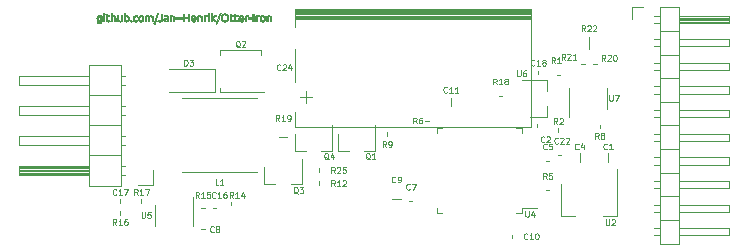
<source format=gto>
G04 #@! TF.GenerationSoftware,KiCad,Pcbnew,5.1.4+dfsg1-1*
G04 #@! TF.CreationDate,2020-04-13T22:05:46+02:00*
G04 #@! TF.ProjectId,OtterIron_PRO_Bot,4f747465-7249-4726-9f6e-5f50524f5f42,rev?*
G04 #@! TF.SameCoordinates,Original*
G04 #@! TF.FileFunction,Legend,Top*
G04 #@! TF.FilePolarity,Positive*
%FSLAX46Y46*%
G04 Gerber Fmt 4.6, Leading zero omitted, Abs format (unit mm)*
G04 Created by KiCad (PCBNEW 5.1.4+dfsg1-1) date 2020-04-13 22:05:46*
%MOMM*%
%LPD*%
G04 APERTURE LIST*
%ADD10C,0.010000*%
%ADD11C,0.120000*%
%ADD12C,0.100000*%
G04 APERTURE END LIST*
D10*
G36*
X60120420Y-100483745D02*
G01*
X60139796Y-100501982D01*
X60149837Y-100526878D01*
X60149101Y-100553938D01*
X60136148Y-100578662D01*
X60128225Y-100586119D01*
X60102463Y-100600912D01*
X60078472Y-100600952D01*
X60061634Y-100593550D01*
X60043264Y-100579946D01*
X60034477Y-100562384D01*
X60032131Y-100534562D01*
X60032130Y-100534297D01*
X60038907Y-100504200D01*
X60058508Y-100484531D01*
X60089402Y-100476738D01*
X60093151Y-100476667D01*
X60120420Y-100483745D01*
X60120420Y-100483745D01*
G37*
X60120420Y-100483745D02*
X60139796Y-100501982D01*
X60149837Y-100526878D01*
X60149101Y-100553938D01*
X60136148Y-100578662D01*
X60128225Y-100586119D01*
X60102463Y-100600912D01*
X60078472Y-100600952D01*
X60061634Y-100593550D01*
X60043264Y-100579946D01*
X60034477Y-100562384D01*
X60032131Y-100534562D01*
X60032130Y-100534297D01*
X60038907Y-100504200D01*
X60058508Y-100484531D01*
X60089402Y-100476738D01*
X60093151Y-100476667D01*
X60120420Y-100483745D01*
G36*
X51253236Y-100483548D02*
G01*
X51274380Y-100501362D01*
X51285632Y-100525867D01*
X51285446Y-100552819D01*
X51272277Y-100577975D01*
X51263625Y-100586119D01*
X51238757Y-100600729D01*
X51214962Y-100601427D01*
X51192800Y-100592761D01*
X51178330Y-100581649D01*
X51171153Y-100563585D01*
X51168988Y-100545453D01*
X51171761Y-100510427D01*
X51186077Y-100487770D01*
X51211997Y-100477405D01*
X51223746Y-100476667D01*
X51253236Y-100483548D01*
X51253236Y-100483548D01*
G37*
X51253236Y-100483548D02*
X51274380Y-100501362D01*
X51285632Y-100525867D01*
X51285446Y-100552819D01*
X51272277Y-100577975D01*
X51263625Y-100586119D01*
X51238757Y-100600729D01*
X51214962Y-100601427D01*
X51192800Y-100592761D01*
X51178330Y-100581649D01*
X51171153Y-100563585D01*
X51168988Y-100545453D01*
X51171761Y-100510427D01*
X51186077Y-100487770D01*
X51211997Y-100477405D01*
X51223746Y-100476667D01*
X51253236Y-100483548D01*
G36*
X63706533Y-100942333D02*
G01*
X63461000Y-100942333D01*
X63461000Y-100849200D01*
X63706533Y-100849200D01*
X63706533Y-100942333D01*
X63706533Y-100942333D01*
G37*
X63706533Y-100942333D02*
X63461000Y-100942333D01*
X63461000Y-100849200D01*
X63706533Y-100849200D01*
X63706533Y-100942333D01*
G36*
X57822200Y-100942333D02*
G01*
X57576667Y-100942333D01*
X57576667Y-100849200D01*
X57822200Y-100849200D01*
X57822200Y-100942333D01*
X57822200Y-100942333D01*
G37*
X57822200Y-100942333D02*
X57576667Y-100942333D01*
X57576667Y-100849200D01*
X57822200Y-100849200D01*
X57822200Y-100942333D01*
G36*
X57534333Y-100942333D02*
G01*
X57288800Y-100942333D01*
X57288800Y-100849200D01*
X57534333Y-100849200D01*
X57534333Y-100942333D01*
X57534333Y-100942333D01*
G37*
X57534333Y-100942333D02*
X57288800Y-100942333D01*
X57288800Y-100849200D01*
X57534333Y-100849200D01*
X57534333Y-100942333D01*
G36*
X65245572Y-100676534D02*
G01*
X65298623Y-100692201D01*
X65340071Y-100718515D01*
X65351795Y-100730116D01*
X65371455Y-100756316D01*
X65386700Y-100784427D01*
X65390790Y-100795684D01*
X65393569Y-100814169D01*
X65395987Y-100846624D01*
X65397916Y-100890088D01*
X65399231Y-100941599D01*
X65399805Y-100998196D01*
X65399820Y-101007950D01*
X65399867Y-101187867D01*
X65308213Y-101187867D01*
X65305274Y-101012184D01*
X65303972Y-100945206D01*
X65302030Y-100892986D01*
X65298624Y-100853348D01*
X65292931Y-100824118D01*
X65284126Y-100803122D01*
X65271388Y-100788183D01*
X65253891Y-100777128D01*
X65230814Y-100767780D01*
X65210103Y-100760830D01*
X65193036Y-100758849D01*
X65166085Y-100759311D01*
X65144486Y-100761130D01*
X65095067Y-100766721D01*
X65095067Y-101187867D01*
X64993467Y-101187867D01*
X64993467Y-100697123D01*
X65012517Y-100692953D01*
X65102947Y-100676957D01*
X65180489Y-100671469D01*
X65245572Y-100676534D01*
X65245572Y-100676534D01*
G37*
X65245572Y-100676534D02*
X65298623Y-100692201D01*
X65340071Y-100718515D01*
X65351795Y-100730116D01*
X65371455Y-100756316D01*
X65386700Y-100784427D01*
X65390790Y-100795684D01*
X65393569Y-100814169D01*
X65395987Y-100846624D01*
X65397916Y-100890088D01*
X65399231Y-100941599D01*
X65399805Y-100998196D01*
X65399820Y-101007950D01*
X65399867Y-101187867D01*
X65308213Y-101187867D01*
X65305274Y-101012184D01*
X65303972Y-100945206D01*
X65302030Y-100892986D01*
X65298624Y-100853348D01*
X65292931Y-100824118D01*
X65284126Y-100803122D01*
X65271388Y-100788183D01*
X65253891Y-100777128D01*
X65230814Y-100767780D01*
X65210103Y-100760830D01*
X65193036Y-100758849D01*
X65166085Y-100759311D01*
X65144486Y-100761130D01*
X65095067Y-100766721D01*
X65095067Y-101187867D01*
X64993467Y-101187867D01*
X64993467Y-100697123D01*
X65012517Y-100692953D01*
X65102947Y-100676957D01*
X65180489Y-100671469D01*
X65245572Y-100676534D01*
G36*
X64272435Y-100674406D02*
G01*
X64290934Y-100676306D01*
X64345767Y-100684100D01*
X64343262Y-100722165D01*
X64340522Y-100746379D01*
X64336545Y-100762867D01*
X64334796Y-100765943D01*
X64323780Y-100767622D01*
X64301967Y-100765752D01*
X64284925Y-100762848D01*
X64234003Y-100758349D01*
X64200258Y-100761479D01*
X64159500Y-100768922D01*
X64157236Y-100978394D01*
X64154971Y-101187867D01*
X64062133Y-101187867D01*
X64062133Y-100704848D01*
X64085417Y-100695979D01*
X64124266Y-100685267D01*
X64172979Y-100677662D01*
X64224666Y-100673821D01*
X64272435Y-100674406D01*
X64272435Y-100674406D01*
G37*
X64272435Y-100674406D02*
X64290934Y-100676306D01*
X64345767Y-100684100D01*
X64343262Y-100722165D01*
X64340522Y-100746379D01*
X64336545Y-100762867D01*
X64334796Y-100765943D01*
X64323780Y-100767622D01*
X64301967Y-100765752D01*
X64284925Y-100762848D01*
X64234003Y-100758349D01*
X64200258Y-100761479D01*
X64159500Y-100768922D01*
X64157236Y-100978394D01*
X64154971Y-101187867D01*
X64062133Y-101187867D01*
X64062133Y-100704848D01*
X64085417Y-100695979D01*
X64124266Y-100685267D01*
X64172979Y-100677662D01*
X64224666Y-100673821D01*
X64272435Y-100674406D01*
G36*
X63909733Y-101187867D02*
G01*
X63808133Y-101187867D01*
X63808133Y-100519000D01*
X63909733Y-100519000D01*
X63909733Y-101187867D01*
X63909733Y-101187867D01*
G37*
X63909733Y-101187867D02*
X63808133Y-101187867D01*
X63808133Y-100519000D01*
X63909733Y-100519000D01*
X63909733Y-101187867D01*
G36*
X63403427Y-100674950D02*
G01*
X63436489Y-100679820D01*
X63455548Y-100686168D01*
X63463469Y-100696974D01*
X63463115Y-100715219D01*
X63459606Y-100733410D01*
X63453930Y-100757469D01*
X63447937Y-100768537D01*
X63437864Y-100770203D01*
X63424225Y-100767149D01*
X63398151Y-100763044D01*
X63364773Y-100761115D01*
X63330620Y-100761378D01*
X63302220Y-100763846D01*
X63289395Y-100766842D01*
X63284812Y-100769849D01*
X63281290Y-100776242D01*
X63278692Y-100788026D01*
X63276880Y-100807202D01*
X63275715Y-100835774D01*
X63275062Y-100875743D01*
X63274782Y-100929112D01*
X63274734Y-100980168D01*
X63274734Y-101187867D01*
X63172874Y-101187867D01*
X63175120Y-100945000D01*
X63177367Y-100702134D01*
X63219700Y-100691257D01*
X63287653Y-100677908D01*
X63353425Y-100672611D01*
X63403427Y-100674950D01*
X63403427Y-100674950D01*
G37*
X63403427Y-100674950D02*
X63436489Y-100679820D01*
X63455548Y-100686168D01*
X63463469Y-100696974D01*
X63463115Y-100715219D01*
X63459606Y-100733410D01*
X63453930Y-100757469D01*
X63447937Y-100768537D01*
X63437864Y-100770203D01*
X63424225Y-100767149D01*
X63398151Y-100763044D01*
X63364773Y-100761115D01*
X63330620Y-100761378D01*
X63302220Y-100763846D01*
X63289395Y-100766842D01*
X63284812Y-100769849D01*
X63281290Y-100776242D01*
X63278692Y-100788026D01*
X63276880Y-100807202D01*
X63275715Y-100835774D01*
X63275062Y-100875743D01*
X63274782Y-100929112D01*
X63274734Y-100980168D01*
X63274734Y-101187867D01*
X63172874Y-101187867D01*
X63175120Y-100945000D01*
X63177367Y-100702134D01*
X63219700Y-100691257D01*
X63287653Y-100677908D01*
X63353425Y-100672611D01*
X63403427Y-100674950D01*
G36*
X60372211Y-100440276D02*
G01*
X60374820Y-100448627D01*
X60376704Y-100464078D01*
X60377989Y-100488462D01*
X60378800Y-100523610D01*
X60379262Y-100571357D01*
X60379502Y-100633533D01*
X60379558Y-100660246D01*
X60379983Y-100887300D01*
X60479042Y-100783547D01*
X60578100Y-100679794D01*
X60631017Y-100679830D01*
X60658434Y-100680784D01*
X60677558Y-100683235D01*
X60683934Y-100686283D01*
X60678380Y-100694217D01*
X60662974Y-100712263D01*
X60639592Y-100738322D01*
X60610113Y-100770295D01*
X60581404Y-100800830D01*
X60478875Y-100908962D01*
X60546197Y-100979086D01*
X60574402Y-101009846D01*
X60604102Y-101044555D01*
X60633179Y-101080451D01*
X60659513Y-101114771D01*
X60680985Y-101144751D01*
X60695476Y-101167630D01*
X60700866Y-101180644D01*
X60700867Y-101180728D01*
X60693151Y-101184394D01*
X60672995Y-101186969D01*
X60646859Y-101187867D01*
X60592852Y-101187867D01*
X60544632Y-101123801D01*
X60520615Y-101093588D01*
X60492827Y-101061271D01*
X60463782Y-101029461D01*
X60435993Y-101000771D01*
X60411974Y-100977812D01*
X60394238Y-100963197D01*
X60386276Y-100959267D01*
X60383665Y-100967219D01*
X60381482Y-100989017D01*
X60379920Y-101021579D01*
X60379171Y-101061818D01*
X60379134Y-101073567D01*
X60379134Y-101187867D01*
X60286000Y-101187867D01*
X60286000Y-100453151D01*
X60317750Y-100447524D01*
X60342807Y-100442638D01*
X60362503Y-100438055D01*
X60364317Y-100437545D01*
X60368752Y-100437193D01*
X60372211Y-100440276D01*
X60372211Y-100440276D01*
G37*
X60372211Y-100440276D02*
X60374820Y-100448627D01*
X60376704Y-100464078D01*
X60377989Y-100488462D01*
X60378800Y-100523610D01*
X60379262Y-100571357D01*
X60379502Y-100633533D01*
X60379558Y-100660246D01*
X60379983Y-100887300D01*
X60479042Y-100783547D01*
X60578100Y-100679794D01*
X60631017Y-100679830D01*
X60658434Y-100680784D01*
X60677558Y-100683235D01*
X60683934Y-100686283D01*
X60678380Y-100694217D01*
X60662974Y-100712263D01*
X60639592Y-100738322D01*
X60610113Y-100770295D01*
X60581404Y-100800830D01*
X60478875Y-100908962D01*
X60546197Y-100979086D01*
X60574402Y-101009846D01*
X60604102Y-101044555D01*
X60633179Y-101080451D01*
X60659513Y-101114771D01*
X60680985Y-101144751D01*
X60695476Y-101167630D01*
X60700866Y-101180644D01*
X60700867Y-101180728D01*
X60693151Y-101184394D01*
X60672995Y-101186969D01*
X60646859Y-101187867D01*
X60592852Y-101187867D01*
X60544632Y-101123801D01*
X60520615Y-101093588D01*
X60492827Y-101061271D01*
X60463782Y-101029461D01*
X60435993Y-101000771D01*
X60411974Y-100977812D01*
X60394238Y-100963197D01*
X60386276Y-100959267D01*
X60383665Y-100967219D01*
X60381482Y-100989017D01*
X60379920Y-101021579D01*
X60379171Y-101061818D01*
X60379134Y-101073567D01*
X60379134Y-101187867D01*
X60286000Y-101187867D01*
X60286000Y-100453151D01*
X60317750Y-100447524D01*
X60342807Y-100442638D01*
X60362503Y-100438055D01*
X60364317Y-100437545D01*
X60368752Y-100437193D01*
X60372211Y-100440276D01*
G36*
X60142067Y-101187867D02*
G01*
X60040467Y-101187867D01*
X60040467Y-100679867D01*
X60142067Y-100679867D01*
X60142067Y-101187867D01*
X60142067Y-101187867D01*
G37*
X60142067Y-101187867D02*
X60040467Y-101187867D01*
X60040467Y-100679867D01*
X60142067Y-100679867D01*
X60142067Y-101187867D01*
G36*
X59895512Y-100676648D02*
G01*
X59927548Y-100678428D01*
X59949207Y-100681849D01*
X59955722Y-100684869D01*
X59960751Y-100699658D01*
X59957538Y-100727053D01*
X59956898Y-100729978D01*
X59951373Y-100752479D01*
X59947009Y-100766650D01*
X59945969Y-100768659D01*
X59936784Y-100768726D01*
X59916286Y-100765883D01*
X59899192Y-100762751D01*
X59849138Y-100758338D01*
X59814525Y-100761479D01*
X59773767Y-100768922D01*
X59771502Y-100978394D01*
X59769238Y-101187867D01*
X59676140Y-101187867D01*
X59678387Y-100944819D01*
X59680634Y-100701772D01*
X59718734Y-100689597D01*
X59743062Y-100684359D01*
X59776876Y-100680365D01*
X59816204Y-100677696D01*
X59857074Y-100676431D01*
X59895512Y-100676648D01*
X59895512Y-100676648D01*
G37*
X59895512Y-100676648D02*
X59927548Y-100678428D01*
X59949207Y-100681849D01*
X59955722Y-100684869D01*
X59960751Y-100699658D01*
X59957538Y-100727053D01*
X59956898Y-100729978D01*
X59951373Y-100752479D01*
X59947009Y-100766650D01*
X59945969Y-100768659D01*
X59936784Y-100768726D01*
X59916286Y-100765883D01*
X59899192Y-100762751D01*
X59849138Y-100758338D01*
X59814525Y-100761479D01*
X59773767Y-100768922D01*
X59771502Y-100978394D01*
X59769238Y-101187867D01*
X59676140Y-101187867D01*
X59678387Y-100944819D01*
X59680634Y-100701772D01*
X59718734Y-100689597D01*
X59743062Y-100684359D01*
X59776876Y-100680365D01*
X59816204Y-100677696D01*
X59857074Y-100676431D01*
X59895512Y-100676648D01*
G36*
X59380911Y-100676992D02*
G01*
X59433290Y-100693822D01*
X59474753Y-100722516D01*
X59506346Y-100763585D01*
X59507067Y-100764861D01*
X59513890Y-100777620D01*
X59519105Y-100790018D01*
X59522971Y-100804526D01*
X59525743Y-100823613D01*
X59527679Y-100849749D01*
X59529036Y-100885404D01*
X59530071Y-100933048D01*
X59531042Y-100995151D01*
X59531043Y-100995250D01*
X59533853Y-101187867D01*
X59439334Y-101187867D01*
X59438829Y-101046050D01*
X59438254Y-100995260D01*
X59436994Y-100947230D01*
X59435204Y-100905895D01*
X59433041Y-100875191D01*
X59431625Y-100863494D01*
X59418477Y-100818894D01*
X59395329Y-100787078D01*
X59361380Y-100767531D01*
X59315835Y-100759739D01*
X59273177Y-100761342D01*
X59219200Y-100766872D01*
X59219200Y-101187867D01*
X59126067Y-101187867D01*
X59126067Y-100942904D01*
X59126132Y-100871838D01*
X59126401Y-100815872D01*
X59126981Y-100773172D01*
X59127983Y-100741906D01*
X59129514Y-100720240D01*
X59131684Y-100706341D01*
X59134602Y-100698375D01*
X59138376Y-100694509D01*
X59140884Y-100693458D01*
X59169744Y-100686857D01*
X59209112Y-100680579D01*
X59252571Y-100675425D01*
X59293700Y-100672197D01*
X59316567Y-100671511D01*
X59380911Y-100676992D01*
X59380911Y-100676992D01*
G37*
X59380911Y-100676992D02*
X59433290Y-100693822D01*
X59474753Y-100722516D01*
X59506346Y-100763585D01*
X59507067Y-100764861D01*
X59513890Y-100777620D01*
X59519105Y-100790018D01*
X59522971Y-100804526D01*
X59525743Y-100823613D01*
X59527679Y-100849749D01*
X59529036Y-100885404D01*
X59530071Y-100933048D01*
X59531042Y-100995151D01*
X59531043Y-100995250D01*
X59533853Y-101187867D01*
X59439334Y-101187867D01*
X59438829Y-101046050D01*
X59438254Y-100995260D01*
X59436994Y-100947230D01*
X59435204Y-100905895D01*
X59433041Y-100875191D01*
X59431625Y-100863494D01*
X59418477Y-100818894D01*
X59395329Y-100787078D01*
X59361380Y-100767531D01*
X59315835Y-100759739D01*
X59273177Y-100761342D01*
X59219200Y-100766872D01*
X59219200Y-101187867D01*
X59126067Y-101187867D01*
X59126067Y-100942904D01*
X59126132Y-100871838D01*
X59126401Y-100815872D01*
X59126981Y-100773172D01*
X59127983Y-100741906D01*
X59129514Y-100720240D01*
X59131684Y-100706341D01*
X59134602Y-100698375D01*
X59138376Y-100694509D01*
X59140884Y-100693458D01*
X59169744Y-100686857D01*
X59209112Y-100680579D01*
X59252571Y-100675425D01*
X59293700Y-100672197D01*
X59316567Y-100671511D01*
X59380911Y-100676992D01*
G36*
X58025400Y-100789934D02*
G01*
X58338667Y-100789934D01*
X58338667Y-100519000D01*
X58440267Y-100519000D01*
X58440267Y-101187867D01*
X58338667Y-101187867D01*
X58338667Y-100883067D01*
X58025400Y-100883067D01*
X58025400Y-101187867D01*
X57923800Y-101187867D01*
X57923800Y-100519000D01*
X58025400Y-100519000D01*
X58025400Y-100789934D01*
X58025400Y-100789934D01*
G37*
X58025400Y-100789934D02*
X58338667Y-100789934D01*
X58338667Y-100519000D01*
X58440267Y-100519000D01*
X58440267Y-101187867D01*
X58338667Y-101187867D01*
X58338667Y-100883067D01*
X58025400Y-100883067D01*
X58025400Y-101187867D01*
X57923800Y-101187867D01*
X57923800Y-100519000D01*
X58025400Y-100519000D01*
X58025400Y-100789934D01*
G36*
X57035823Y-100675887D02*
G01*
X57092252Y-100689205D01*
X57136483Y-100712255D01*
X57161018Y-100735828D01*
X57174748Y-100756263D01*
X57185354Y-100779937D01*
X57193196Y-100809190D01*
X57198633Y-100846359D01*
X57202027Y-100893785D01*
X57203736Y-100953805D01*
X57204133Y-101015837D01*
X57204133Y-101187867D01*
X57111000Y-101187867D01*
X57110830Y-101058750D01*
X57109613Y-100978122D01*
X57106106Y-100913168D01*
X57100170Y-100862767D01*
X57091667Y-100825797D01*
X57080459Y-100801137D01*
X57078849Y-100798848D01*
X57051077Y-100775333D01*
X57011085Y-100762066D01*
X56960463Y-100759495D01*
X56943847Y-100760832D01*
X56890867Y-100766506D01*
X56890867Y-101187867D01*
X56797734Y-101187867D01*
X56797734Y-100943239D01*
X56797857Y-100870585D01*
X56798282Y-100813168D01*
X56799090Y-100769296D01*
X56800360Y-100737273D01*
X56802173Y-100715406D01*
X56804610Y-100702001D01*
X56807752Y-100695363D01*
X56809602Y-100694058D01*
X56823160Y-100690762D01*
X56848645Y-100686049D01*
X56881208Y-100680795D01*
X56890787Y-100679368D01*
X56968299Y-100672531D01*
X57035823Y-100675887D01*
X57035823Y-100675887D01*
G37*
X57035823Y-100675887D02*
X57092252Y-100689205D01*
X57136483Y-100712255D01*
X57161018Y-100735828D01*
X57174748Y-100756263D01*
X57185354Y-100779937D01*
X57193196Y-100809190D01*
X57198633Y-100846359D01*
X57202027Y-100893785D01*
X57203736Y-100953805D01*
X57204133Y-101015837D01*
X57204133Y-101187867D01*
X57111000Y-101187867D01*
X57110830Y-101058750D01*
X57109613Y-100978122D01*
X57106106Y-100913168D01*
X57100170Y-100862767D01*
X57091667Y-100825797D01*
X57080459Y-100801137D01*
X57078849Y-100798848D01*
X57051077Y-100775333D01*
X57011085Y-100762066D01*
X56960463Y-100759495D01*
X56943847Y-100760832D01*
X56890867Y-100766506D01*
X56890867Y-101187867D01*
X56797734Y-101187867D01*
X56797734Y-100943239D01*
X56797857Y-100870585D01*
X56798282Y-100813168D01*
X56799090Y-100769296D01*
X56800360Y-100737273D01*
X56802173Y-100715406D01*
X56804610Y-100702001D01*
X56807752Y-100695363D01*
X56809602Y-100694058D01*
X56823160Y-100690762D01*
X56848645Y-100686049D01*
X56881208Y-100680795D01*
X56890787Y-100679368D01*
X56968299Y-100672531D01*
X57035823Y-100675887D01*
G36*
X54919490Y-100674964D02*
G01*
X54967273Y-100683330D01*
X55003096Y-100697865D01*
X55011417Y-100703686D01*
X55023114Y-100711980D01*
X55033964Y-100713944D01*
X55049525Y-100709148D01*
X55071458Y-100699026D01*
X55116662Y-100683331D01*
X55168302Y-100674621D01*
X55219052Y-100673688D01*
X55254795Y-100679260D01*
X55284878Y-100691610D01*
X55314334Y-100710000D01*
X55320320Y-100714887D01*
X55336740Y-100731326D01*
X55349607Y-100749913D01*
X55359335Y-100772838D01*
X55366336Y-100802294D01*
X55371021Y-100840472D01*
X55373803Y-100889564D01*
X55375095Y-100951762D01*
X55375334Y-101007370D01*
X55375334Y-101187867D01*
X55283911Y-101187867D01*
X55280756Y-101012184D01*
X55279274Y-100945792D01*
X55277149Y-100894125D01*
X55273855Y-100854977D01*
X55268863Y-100826139D01*
X55261644Y-100805404D01*
X55251669Y-100790564D01*
X55238412Y-100779412D01*
X55222924Y-100770544D01*
X55197287Y-100762544D01*
X55167023Y-100760540D01*
X55135893Y-100763644D01*
X55107654Y-100770969D01*
X55086067Y-100781630D01*
X55074890Y-100794739D01*
X55075456Y-100805322D01*
X55077478Y-100817716D01*
X55079587Y-100844353D01*
X55081648Y-100882548D01*
X55083522Y-100929614D01*
X55085073Y-100982863D01*
X55085540Y-101003717D01*
X55089331Y-101187867D01*
X54985867Y-101187867D01*
X54985820Y-101024884D01*
X54985373Y-100971876D01*
X54984159Y-100922777D01*
X54982321Y-100880848D01*
X54980001Y-100849354D01*
X54977366Y-100831638D01*
X54960969Y-100795961D01*
X54934455Y-100772511D01*
X54896878Y-100760812D01*
X54847294Y-100760389D01*
X54837937Y-100761364D01*
X54791133Y-100766865D01*
X54791133Y-101187867D01*
X54689533Y-101187867D01*
X54689533Y-100698203D01*
X54733983Y-100688506D01*
X54799886Y-100677390D01*
X54862708Y-100672930D01*
X54919490Y-100674964D01*
X54919490Y-100674964D01*
G37*
X54919490Y-100674964D02*
X54967273Y-100683330D01*
X55003096Y-100697865D01*
X55011417Y-100703686D01*
X55023114Y-100711980D01*
X55033964Y-100713944D01*
X55049525Y-100709148D01*
X55071458Y-100699026D01*
X55116662Y-100683331D01*
X55168302Y-100674621D01*
X55219052Y-100673688D01*
X55254795Y-100679260D01*
X55284878Y-100691610D01*
X55314334Y-100710000D01*
X55320320Y-100714887D01*
X55336740Y-100731326D01*
X55349607Y-100749913D01*
X55359335Y-100772838D01*
X55366336Y-100802294D01*
X55371021Y-100840472D01*
X55373803Y-100889564D01*
X55375095Y-100951762D01*
X55375334Y-101007370D01*
X55375334Y-101187867D01*
X55283911Y-101187867D01*
X55280756Y-101012184D01*
X55279274Y-100945792D01*
X55277149Y-100894125D01*
X55273855Y-100854977D01*
X55268863Y-100826139D01*
X55261644Y-100805404D01*
X55251669Y-100790564D01*
X55238412Y-100779412D01*
X55222924Y-100770544D01*
X55197287Y-100762544D01*
X55167023Y-100760540D01*
X55135893Y-100763644D01*
X55107654Y-100770969D01*
X55086067Y-100781630D01*
X55074890Y-100794739D01*
X55075456Y-100805322D01*
X55077478Y-100817716D01*
X55079587Y-100844353D01*
X55081648Y-100882548D01*
X55083522Y-100929614D01*
X55085073Y-100982863D01*
X55085540Y-101003717D01*
X55089331Y-101187867D01*
X54985867Y-101187867D01*
X54985820Y-101024884D01*
X54985373Y-100971876D01*
X54984159Y-100922777D01*
X54982321Y-100880848D01*
X54980001Y-100849354D01*
X54977366Y-100831638D01*
X54960969Y-100795961D01*
X54934455Y-100772511D01*
X54896878Y-100760812D01*
X54847294Y-100760389D01*
X54837937Y-100761364D01*
X54791133Y-100766865D01*
X54791133Y-101187867D01*
X54689533Y-101187867D01*
X54689533Y-100698203D01*
X54733983Y-100688506D01*
X54799886Y-100677390D01*
X54862708Y-100672930D01*
X54919490Y-100674964D01*
G36*
X51898903Y-100441123D02*
G01*
X51901537Y-100452207D01*
X51903072Y-100472628D01*
X51903796Y-100504779D01*
X51903997Y-100551058D01*
X51904000Y-100560551D01*
X51904000Y-100687910D01*
X51931517Y-100681772D01*
X51954287Y-100678625D01*
X51986656Y-100676451D01*
X52018744Y-100675745D01*
X52076098Y-100680786D01*
X52121553Y-100696449D01*
X52157260Y-100723909D01*
X52185373Y-100764339D01*
X52187026Y-100767516D01*
X52195131Y-100783712D01*
X52201295Y-100798144D01*
X52205840Y-100813445D01*
X52209087Y-100832248D01*
X52211358Y-100857185D01*
X52212974Y-100890889D01*
X52214258Y-100935992D01*
X52215530Y-100995126D01*
X52215671Y-101001975D01*
X52219477Y-101187867D01*
X52116893Y-101187867D01*
X52114163Y-101012184D01*
X52113101Y-100952374D01*
X52111859Y-100906964D01*
X52110187Y-100873417D01*
X52107840Y-100849199D01*
X52104568Y-100831775D01*
X52100124Y-100818610D01*
X52094259Y-100807170D01*
X52094082Y-100806867D01*
X52069306Y-100778911D01*
X52034475Y-100763391D01*
X51988585Y-100759931D01*
X51972523Y-100761187D01*
X51944683Y-100764718D01*
X51922961Y-100768459D01*
X51915373Y-100770448D01*
X51911692Y-100775008D01*
X51908855Y-100786683D01*
X51906768Y-100807229D01*
X51905336Y-100838399D01*
X51904465Y-100881949D01*
X51904059Y-100939631D01*
X51904000Y-100981339D01*
X51904000Y-101187867D01*
X51802400Y-101187867D01*
X51802400Y-100452755D01*
X51838384Y-100447159D01*
X51864535Y-100442664D01*
X51885354Y-100438361D01*
X51889184Y-100437378D01*
X51894881Y-100436978D01*
X51898903Y-100441123D01*
X51898903Y-100441123D01*
G37*
X51898903Y-100441123D02*
X51901537Y-100452207D01*
X51903072Y-100472628D01*
X51903796Y-100504779D01*
X51903997Y-100551058D01*
X51904000Y-100560551D01*
X51904000Y-100687910D01*
X51931517Y-100681772D01*
X51954287Y-100678625D01*
X51986656Y-100676451D01*
X52018744Y-100675745D01*
X52076098Y-100680786D01*
X52121553Y-100696449D01*
X52157260Y-100723909D01*
X52185373Y-100764339D01*
X52187026Y-100767516D01*
X52195131Y-100783712D01*
X52201295Y-100798144D01*
X52205840Y-100813445D01*
X52209087Y-100832248D01*
X52211358Y-100857185D01*
X52212974Y-100890889D01*
X52214258Y-100935992D01*
X52215530Y-100995126D01*
X52215671Y-101001975D01*
X52219477Y-101187867D01*
X52116893Y-101187867D01*
X52114163Y-101012184D01*
X52113101Y-100952374D01*
X52111859Y-100906964D01*
X52110187Y-100873417D01*
X52107840Y-100849199D01*
X52104568Y-100831775D01*
X52100124Y-100818610D01*
X52094259Y-100807170D01*
X52094082Y-100806867D01*
X52069306Y-100778911D01*
X52034475Y-100763391D01*
X51988585Y-100759931D01*
X51972523Y-100761187D01*
X51944683Y-100764718D01*
X51922961Y-100768459D01*
X51915373Y-100770448D01*
X51911692Y-100775008D01*
X51908855Y-100786683D01*
X51906768Y-100807229D01*
X51905336Y-100838399D01*
X51904465Y-100881949D01*
X51904059Y-100939631D01*
X51904000Y-100981339D01*
X51904000Y-101187867D01*
X51802400Y-101187867D01*
X51802400Y-100452755D01*
X51838384Y-100447159D01*
X51864535Y-100442664D01*
X51885354Y-100438361D01*
X51889184Y-100437378D01*
X51894881Y-100436978D01*
X51898903Y-100441123D01*
G36*
X51277467Y-101187867D02*
G01*
X51175867Y-101187867D01*
X51175867Y-100679867D01*
X51277467Y-100679867D01*
X51277467Y-101187867D01*
X51277467Y-101187867D01*
G37*
X51277467Y-101187867D02*
X51175867Y-101187867D01*
X51175867Y-100679867D01*
X51277467Y-100679867D01*
X51277467Y-101187867D01*
G36*
X62355886Y-100535328D02*
G01*
X62358637Y-100556505D01*
X62360154Y-100587386D01*
X62360334Y-100603667D01*
X62360334Y-100679867D01*
X62546600Y-100679867D01*
X62546600Y-100764534D01*
X62452932Y-100764534D01*
X62359265Y-100764533D01*
X62361916Y-100917685D01*
X62364567Y-101070836D01*
X62388322Y-101091252D01*
X62418728Y-101107031D01*
X62457823Y-101111961D01*
X62500962Y-101105633D01*
X62512112Y-101102148D01*
X62533705Y-101097099D01*
X62547119Y-101102216D01*
X62555342Y-101119991D01*
X62559695Y-101141829D01*
X62562363Y-101163837D01*
X62558436Y-101175339D01*
X62544061Y-101182437D01*
X62531629Y-101186279D01*
X62500064Y-101192367D01*
X62460471Y-101195335D01*
X62418705Y-101195240D01*
X62380622Y-101192145D01*
X62352076Y-101186109D01*
X62347634Y-101184382D01*
X62310840Y-101159446D01*
X62282117Y-101122815D01*
X62274531Y-101107434D01*
X62271078Y-101093145D01*
X62268151Y-101067263D01*
X62265701Y-101028749D01*
X62263678Y-100976565D01*
X62262034Y-100909672D01*
X62260719Y-100827033D01*
X62260557Y-100814071D01*
X62257313Y-100546108D01*
X62300773Y-100536787D01*
X62326922Y-100531488D01*
X62346344Y-100528111D01*
X62352284Y-100527467D01*
X62355886Y-100535328D01*
X62355886Y-100535328D01*
G37*
X62355886Y-100535328D02*
X62358637Y-100556505D01*
X62360154Y-100587386D01*
X62360334Y-100603667D01*
X62360334Y-100679867D01*
X62546600Y-100679867D01*
X62546600Y-100764534D01*
X62452932Y-100764534D01*
X62359265Y-100764533D01*
X62361916Y-100917685D01*
X62364567Y-101070836D01*
X62388322Y-101091252D01*
X62418728Y-101107031D01*
X62457823Y-101111961D01*
X62500962Y-101105633D01*
X62512112Y-101102148D01*
X62533705Y-101097099D01*
X62547119Y-101102216D01*
X62555342Y-101119991D01*
X62559695Y-101141829D01*
X62562363Y-101163837D01*
X62558436Y-101175339D01*
X62544061Y-101182437D01*
X62531629Y-101186279D01*
X62500064Y-101192367D01*
X62460471Y-101195335D01*
X62418705Y-101195240D01*
X62380622Y-101192145D01*
X62352076Y-101186109D01*
X62347634Y-101184382D01*
X62310840Y-101159446D01*
X62282117Y-101122815D01*
X62274531Y-101107434D01*
X62271078Y-101093145D01*
X62268151Y-101067263D01*
X62265701Y-101028749D01*
X62263678Y-100976565D01*
X62262034Y-100909672D01*
X62260719Y-100827033D01*
X62260557Y-100814071D01*
X62257313Y-100546108D01*
X62300773Y-100536787D01*
X62326922Y-100531488D01*
X62346344Y-100528111D01*
X62352284Y-100527467D01*
X62355886Y-100535328D01*
G36*
X61970867Y-100679867D02*
G01*
X62165600Y-100679867D01*
X62165600Y-100764534D01*
X61969159Y-100764534D01*
X61972379Y-100906350D01*
X61974624Y-100972386D01*
X61978651Y-101023257D01*
X61985457Y-101060715D01*
X61996039Y-101086510D01*
X62011392Y-101102393D01*
X62032513Y-101110115D01*
X62060397Y-101111426D01*
X62087743Y-101109094D01*
X62116038Y-101105039D01*
X62139979Y-101100353D01*
X62146166Y-101098707D01*
X62161224Y-101097632D01*
X62168626Y-101109471D01*
X62169500Y-101112896D01*
X62175664Y-101144026D01*
X62175309Y-101163338D01*
X62167185Y-101175108D01*
X62150042Y-101183612D01*
X62148667Y-101184124D01*
X62118179Y-101191262D01*
X62078781Y-101194946D01*
X62036258Y-101195232D01*
X61996394Y-101192177D01*
X61964973Y-101185835D01*
X61955781Y-101182253D01*
X61921160Y-101156317D01*
X61896531Y-101117255D01*
X61887208Y-101090500D01*
X61884245Y-101070653D01*
X61881792Y-101035039D01*
X61879889Y-100984818D01*
X61878573Y-100921149D01*
X61877881Y-100845194D01*
X61877781Y-100801087D01*
X61877667Y-100727993D01*
X61877632Y-100670019D01*
X61878087Y-100625357D01*
X61879446Y-100592198D01*
X61882119Y-100568733D01*
X61886521Y-100553153D01*
X61893063Y-100543649D01*
X61902158Y-100538412D01*
X61914218Y-100535632D01*
X61929656Y-100533501D01*
X61939117Y-100532056D01*
X61970867Y-100526700D01*
X61970867Y-100679867D01*
X61970867Y-100679867D01*
G37*
X61970867Y-100679867D02*
X62165600Y-100679867D01*
X62165600Y-100764534D01*
X61969159Y-100764534D01*
X61972379Y-100906350D01*
X61974624Y-100972386D01*
X61978651Y-101023257D01*
X61985457Y-101060715D01*
X61996039Y-101086510D01*
X62011392Y-101102393D01*
X62032513Y-101110115D01*
X62060397Y-101111426D01*
X62087743Y-101109094D01*
X62116038Y-101105039D01*
X62139979Y-101100353D01*
X62146166Y-101098707D01*
X62161224Y-101097632D01*
X62168626Y-101109471D01*
X62169500Y-101112896D01*
X62175664Y-101144026D01*
X62175309Y-101163338D01*
X62167185Y-101175108D01*
X62150042Y-101183612D01*
X62148667Y-101184124D01*
X62118179Y-101191262D01*
X62078781Y-101194946D01*
X62036258Y-101195232D01*
X61996394Y-101192177D01*
X61964973Y-101185835D01*
X61955781Y-101182253D01*
X61921160Y-101156317D01*
X61896531Y-101117255D01*
X61887208Y-101090500D01*
X61884245Y-101070653D01*
X61881792Y-101035039D01*
X61879889Y-100984818D01*
X61878573Y-100921149D01*
X61877881Y-100845194D01*
X61877781Y-100801087D01*
X61877667Y-100727993D01*
X61877632Y-100670019D01*
X61878087Y-100625357D01*
X61879446Y-100592198D01*
X61882119Y-100568733D01*
X61886521Y-100553153D01*
X61893063Y-100543649D01*
X61902158Y-100538412D01*
X61914218Y-100535632D01*
X61929656Y-100533501D01*
X61939117Y-100532056D01*
X61970867Y-100526700D01*
X61970867Y-100679867D01*
G36*
X56487300Y-100672393D02*
G01*
X56542492Y-100683539D01*
X56588049Y-100704219D01*
X56621753Y-100733916D01*
X56629212Y-100744489D01*
X56635664Y-100755456D01*
X56640624Y-100766515D01*
X56644324Y-100780024D01*
X56646998Y-100798337D01*
X56648878Y-100823810D01*
X56650198Y-100858799D01*
X56651190Y-100905658D01*
X56652088Y-100966744D01*
X56652228Y-100977202D01*
X56652995Y-101040614D01*
X56653309Y-101089159D01*
X56653042Y-101124903D01*
X56652068Y-101149910D01*
X56650259Y-101166244D01*
X56647487Y-101175970D01*
X56643627Y-101181151D01*
X56639528Y-101183470D01*
X56625743Y-101186006D01*
X56598602Y-101188588D01*
X56561680Y-101190954D01*
X56518550Y-101192843D01*
X56505634Y-101193258D01*
X56451892Y-101194301D01*
X56411900Y-101193678D01*
X56382536Y-101191205D01*
X56360680Y-101186697D01*
X56353234Y-101184243D01*
X56317703Y-101163875D01*
X56288501Y-101133635D01*
X56270214Y-101098659D01*
X56267611Y-101088383D01*
X56265244Y-101063179D01*
X56265215Y-101050006D01*
X56359633Y-101050006D01*
X56373624Y-101078529D01*
X56376651Y-101082225D01*
X56404072Y-101102438D01*
X56442711Y-101115151D01*
X56488189Y-101119457D01*
X56534209Y-101114842D01*
X56560667Y-101109550D01*
X56560667Y-101039629D01*
X56560077Y-101002479D01*
X56556225Y-100979073D01*
X56545989Y-100966222D01*
X56526245Y-100960739D01*
X56493871Y-100959433D01*
X56482078Y-100959382D01*
X56437427Y-100964177D01*
X56401210Y-100977556D01*
X56375073Y-100997600D01*
X56360665Y-101022390D01*
X56359633Y-101050006D01*
X56265215Y-101050006D01*
X56265171Y-101030769D01*
X56266146Y-101013720D01*
X56277319Y-100968270D01*
X56302818Y-100931580D01*
X56342163Y-100903512D01*
X56371219Y-100893241D01*
X56410913Y-100885568D01*
X56455055Y-100881234D01*
X56497451Y-100880983D01*
X56516217Y-100882642D01*
X56560667Y-100888498D01*
X56560667Y-100864344D01*
X56554586Y-100827596D01*
X56538385Y-100794770D01*
X56515127Y-100771720D01*
X56510954Y-100769329D01*
X56478790Y-100759614D01*
X56436374Y-100756704D01*
X56389029Y-100760758D01*
X56366933Y-100765034D01*
X56343793Y-100769346D01*
X56328467Y-100770297D01*
X56325723Y-100769479D01*
X56322367Y-100759275D01*
X56318713Y-100738359D01*
X56317376Y-100727767D01*
X56313138Y-100690165D01*
X56356886Y-100680782D01*
X56424692Y-100671301D01*
X56487300Y-100672393D01*
X56487300Y-100672393D01*
G37*
X56487300Y-100672393D02*
X56542492Y-100683539D01*
X56588049Y-100704219D01*
X56621753Y-100733916D01*
X56629212Y-100744489D01*
X56635664Y-100755456D01*
X56640624Y-100766515D01*
X56644324Y-100780024D01*
X56646998Y-100798337D01*
X56648878Y-100823810D01*
X56650198Y-100858799D01*
X56651190Y-100905658D01*
X56652088Y-100966744D01*
X56652228Y-100977202D01*
X56652995Y-101040614D01*
X56653309Y-101089159D01*
X56653042Y-101124903D01*
X56652068Y-101149910D01*
X56650259Y-101166244D01*
X56647487Y-101175970D01*
X56643627Y-101181151D01*
X56639528Y-101183470D01*
X56625743Y-101186006D01*
X56598602Y-101188588D01*
X56561680Y-101190954D01*
X56518550Y-101192843D01*
X56505634Y-101193258D01*
X56451892Y-101194301D01*
X56411900Y-101193678D01*
X56382536Y-101191205D01*
X56360680Y-101186697D01*
X56353234Y-101184243D01*
X56317703Y-101163875D01*
X56288501Y-101133635D01*
X56270214Y-101098659D01*
X56267611Y-101088383D01*
X56265244Y-101063179D01*
X56265215Y-101050006D01*
X56359633Y-101050006D01*
X56373624Y-101078529D01*
X56376651Y-101082225D01*
X56404072Y-101102438D01*
X56442711Y-101115151D01*
X56488189Y-101119457D01*
X56534209Y-101114842D01*
X56560667Y-101109550D01*
X56560667Y-101039629D01*
X56560077Y-101002479D01*
X56556225Y-100979073D01*
X56545989Y-100966222D01*
X56526245Y-100960739D01*
X56493871Y-100959433D01*
X56482078Y-100959382D01*
X56437427Y-100964177D01*
X56401210Y-100977556D01*
X56375073Y-100997600D01*
X56360665Y-101022390D01*
X56359633Y-101050006D01*
X56265215Y-101050006D01*
X56265171Y-101030769D01*
X56266146Y-101013720D01*
X56277319Y-100968270D01*
X56302818Y-100931580D01*
X56342163Y-100903512D01*
X56371219Y-100893241D01*
X56410913Y-100885568D01*
X56455055Y-100881234D01*
X56497451Y-100880983D01*
X56516217Y-100882642D01*
X56560667Y-100888498D01*
X56560667Y-100864344D01*
X56554586Y-100827596D01*
X56538385Y-100794770D01*
X56515127Y-100771720D01*
X56510954Y-100769329D01*
X56478790Y-100759614D01*
X56436374Y-100756704D01*
X56389029Y-100760758D01*
X56366933Y-100765034D01*
X56343793Y-100769346D01*
X56328467Y-100770297D01*
X56325723Y-100769479D01*
X56322367Y-100759275D01*
X56318713Y-100738359D01*
X56317376Y-100727767D01*
X56313138Y-100690165D01*
X56356886Y-100680782D01*
X56424692Y-100671301D01*
X56487300Y-100672393D01*
G36*
X52439206Y-100847083D02*
G01*
X52441175Y-100913201D01*
X52443880Y-100964772D01*
X52447792Y-101004179D01*
X52453387Y-101033806D01*
X52461138Y-101056039D01*
X52471519Y-101073259D01*
X52485003Y-101087852D01*
X52487511Y-101090129D01*
X52507074Y-101099935D01*
X52537698Y-101107303D01*
X52573601Y-101111527D01*
X52608998Y-101111904D01*
X52636149Y-101108245D01*
X52657533Y-101102878D01*
X52657533Y-100679867D01*
X52750667Y-100679867D01*
X52750667Y-101177662D01*
X52697057Y-101186998D01*
X52646467Y-101193453D01*
X52593034Y-101196286D01*
X52541187Y-101195615D01*
X52495357Y-101191558D01*
X52459974Y-101184232D01*
X52449750Y-101180419D01*
X52421897Y-101163703D01*
X52396747Y-101142247D01*
X52392809Y-101137870D01*
X52377587Y-101117176D01*
X52365801Y-101094090D01*
X52357048Y-101066231D01*
X52350922Y-101031219D01*
X52347021Y-100986670D01*
X52344938Y-100930205D01*
X52344271Y-100859442D01*
X52344267Y-100851897D01*
X52344267Y-100679867D01*
X52435239Y-100679867D01*
X52439206Y-100847083D01*
X52439206Y-100847083D01*
G37*
X52439206Y-100847083D02*
X52441175Y-100913201D01*
X52443880Y-100964772D01*
X52447792Y-101004179D01*
X52453387Y-101033806D01*
X52461138Y-101056039D01*
X52471519Y-101073259D01*
X52485003Y-101087852D01*
X52487511Y-101090129D01*
X52507074Y-101099935D01*
X52537698Y-101107303D01*
X52573601Y-101111527D01*
X52608998Y-101111904D01*
X52636149Y-101108245D01*
X52657533Y-101102878D01*
X52657533Y-100679867D01*
X52750667Y-100679867D01*
X52750667Y-101177662D01*
X52697057Y-101186998D01*
X52646467Y-101193453D01*
X52593034Y-101196286D01*
X52541187Y-101195615D01*
X52495357Y-101191558D01*
X52459974Y-101184232D01*
X52449750Y-101180419D01*
X52421897Y-101163703D01*
X52396747Y-101142247D01*
X52392809Y-101137870D01*
X52377587Y-101117176D01*
X52365801Y-101094090D01*
X52357048Y-101066231D01*
X52350922Y-101031219D01*
X52347021Y-100986670D01*
X52344938Y-100930205D01*
X52344271Y-100859442D01*
X52344267Y-100851897D01*
X52344267Y-100679867D01*
X52435239Y-100679867D01*
X52439206Y-100847083D01*
G36*
X51514533Y-100679867D02*
G01*
X51700800Y-100679867D01*
X51700800Y-100764534D01*
X51514533Y-100764534D01*
X51514533Y-101062169D01*
X51540275Y-101087911D01*
X51556324Y-101102503D01*
X51570845Y-101109559D01*
X51590346Y-101110951D01*
X51614358Y-101109202D01*
X51644592Y-101105703D01*
X51670321Y-101101499D01*
X51681197Y-101098899D01*
X51693448Y-101097283D01*
X51701306Y-101104720D01*
X51708240Y-101124822D01*
X51709092Y-101127953D01*
X51714702Y-101155018D01*
X51711436Y-101171176D01*
X51696720Y-101181234D01*
X51677211Y-101187506D01*
X51637575Y-101194648D01*
X51592751Y-101196739D01*
X51548428Y-101194063D01*
X51510294Y-101186905D01*
X51487936Y-101178067D01*
X51464065Y-101159011D01*
X51442197Y-101133321D01*
X51437136Y-101125344D01*
X51431627Y-101115318D01*
X51427215Y-101105248D01*
X51423757Y-101093185D01*
X51421109Y-101077178D01*
X51419125Y-101055279D01*
X51417663Y-101025537D01*
X51416577Y-100986003D01*
X51415725Y-100934728D01*
X51414961Y-100869762D01*
X51414433Y-100818217D01*
X51413558Y-100742369D01*
X51412879Y-100681710D01*
X51412787Y-100634493D01*
X51413672Y-100598975D01*
X51415924Y-100573410D01*
X51419934Y-100556054D01*
X51426091Y-100545162D01*
X51434787Y-100538990D01*
X51446411Y-100535793D01*
X51461353Y-100533826D01*
X51478550Y-100531574D01*
X51514533Y-100525978D01*
X51514533Y-100679867D01*
X51514533Y-100679867D01*
G37*
X51514533Y-100679867D02*
X51700800Y-100679867D01*
X51700800Y-100764534D01*
X51514533Y-100764534D01*
X51514533Y-101062169D01*
X51540275Y-101087911D01*
X51556324Y-101102503D01*
X51570845Y-101109559D01*
X51590346Y-101110951D01*
X51614358Y-101109202D01*
X51644592Y-101105703D01*
X51670321Y-101101499D01*
X51681197Y-101098899D01*
X51693448Y-101097283D01*
X51701306Y-101104720D01*
X51708240Y-101124822D01*
X51709092Y-101127953D01*
X51714702Y-101155018D01*
X51711436Y-101171176D01*
X51696720Y-101181234D01*
X51677211Y-101187506D01*
X51637575Y-101194648D01*
X51592751Y-101196739D01*
X51548428Y-101194063D01*
X51510294Y-101186905D01*
X51487936Y-101178067D01*
X51464065Y-101159011D01*
X51442197Y-101133321D01*
X51437136Y-101125344D01*
X51431627Y-101115318D01*
X51427215Y-101105248D01*
X51423757Y-101093185D01*
X51421109Y-101077178D01*
X51419125Y-101055279D01*
X51417663Y-101025537D01*
X51416577Y-100986003D01*
X51415725Y-100934728D01*
X51414961Y-100869762D01*
X51414433Y-100818217D01*
X51413558Y-100742369D01*
X51412879Y-100681710D01*
X51412787Y-100634493D01*
X51413672Y-100598975D01*
X51415924Y-100573410D01*
X51419934Y-100556054D01*
X51426091Y-100545162D01*
X51434787Y-100538990D01*
X51446411Y-100535793D01*
X51461353Y-100533826D01*
X51478550Y-100531574D01*
X51514533Y-100525978D01*
X51514533Y-100679867D01*
G36*
X64686105Y-100676203D02*
G01*
X64743631Y-100693898D01*
X64792905Y-100725479D01*
X64832341Y-100770034D01*
X64851957Y-100805543D01*
X64866284Y-100851875D01*
X64873517Y-100907183D01*
X64873501Y-100964995D01*
X64866080Y-101018841D01*
X64857780Y-101047158D01*
X64828380Y-101103506D01*
X64788163Y-101148246D01*
X64739279Y-101180265D01*
X64683875Y-101198453D01*
X64624100Y-101201696D01*
X64575826Y-101193136D01*
X64522773Y-101171848D01*
X64480345Y-101139649D01*
X64445767Y-101094199D01*
X64434686Y-101074102D01*
X64419849Y-101043447D01*
X64410994Y-101018852D01*
X64406606Y-100993613D01*
X64405167Y-100961025D01*
X64405078Y-100943225D01*
X64406496Y-100921241D01*
X64504854Y-100921241D01*
X64507273Y-100970751D01*
X64518082Y-101017779D01*
X64536999Y-101058446D01*
X64563739Y-101088875D01*
X64572592Y-101095034D01*
X64610610Y-101109187D01*
X64653031Y-101110797D01*
X64693103Y-101099988D01*
X64706465Y-101092548D01*
X64740090Y-101060210D01*
X64762208Y-101015833D01*
X64772547Y-100960047D01*
X64773333Y-100937273D01*
X64767620Y-100881539D01*
X64751711Y-100834559D01*
X64727451Y-100797501D01*
X64696685Y-100771529D01*
X64661258Y-100757811D01*
X64623016Y-100757514D01*
X64583803Y-100771802D01*
X64550773Y-100796587D01*
X64526320Y-100830281D01*
X64511108Y-100873125D01*
X64504854Y-100921241D01*
X64406496Y-100921241D01*
X64409417Y-100875969D01*
X64423094Y-100820217D01*
X64447111Y-100772734D01*
X64465495Y-100748499D01*
X64506940Y-100710325D01*
X64555229Y-100685966D01*
X64613242Y-100674038D01*
X64621918Y-100673308D01*
X64686105Y-100676203D01*
X64686105Y-100676203D01*
G37*
X64686105Y-100676203D02*
X64743631Y-100693898D01*
X64792905Y-100725479D01*
X64832341Y-100770034D01*
X64851957Y-100805543D01*
X64866284Y-100851875D01*
X64873517Y-100907183D01*
X64873501Y-100964995D01*
X64866080Y-101018841D01*
X64857780Y-101047158D01*
X64828380Y-101103506D01*
X64788163Y-101148246D01*
X64739279Y-101180265D01*
X64683875Y-101198453D01*
X64624100Y-101201696D01*
X64575826Y-101193136D01*
X64522773Y-101171848D01*
X64480345Y-101139649D01*
X64445767Y-101094199D01*
X64434686Y-101074102D01*
X64419849Y-101043447D01*
X64410994Y-101018852D01*
X64406606Y-100993613D01*
X64405167Y-100961025D01*
X64405078Y-100943225D01*
X64406496Y-100921241D01*
X64504854Y-100921241D01*
X64507273Y-100970751D01*
X64518082Y-101017779D01*
X64536999Y-101058446D01*
X64563739Y-101088875D01*
X64572592Y-101095034D01*
X64610610Y-101109187D01*
X64653031Y-101110797D01*
X64693103Y-101099988D01*
X64706465Y-101092548D01*
X64740090Y-101060210D01*
X64762208Y-101015833D01*
X64772547Y-100960047D01*
X64773333Y-100937273D01*
X64767620Y-100881539D01*
X64751711Y-100834559D01*
X64727451Y-100797501D01*
X64696685Y-100771529D01*
X64661258Y-100757811D01*
X64623016Y-100757514D01*
X64583803Y-100771802D01*
X64550773Y-100796587D01*
X64526320Y-100830281D01*
X64511108Y-100873125D01*
X64504854Y-100921241D01*
X64406496Y-100921241D01*
X64409417Y-100875969D01*
X64423094Y-100820217D01*
X64447111Y-100772734D01*
X64465495Y-100748499D01*
X64506940Y-100710325D01*
X64555229Y-100685966D01*
X64613242Y-100674038D01*
X64621918Y-100673308D01*
X64686105Y-100676203D01*
G36*
X62907976Y-100678330D02*
G01*
X62959165Y-100698564D01*
X62999771Y-100731743D01*
X63029443Y-100777464D01*
X63047828Y-100835321D01*
X63054573Y-100904912D01*
X63054600Y-100910004D01*
X63054600Y-100967734D01*
X62715611Y-100967734D01*
X62720916Y-100991017D01*
X62738869Y-101040149D01*
X62767552Y-101076325D01*
X62807271Y-101099776D01*
X62858333Y-101110731D01*
X62881482Y-101111667D01*
X62917553Y-101109629D01*
X62953724Y-101104406D01*
X62971893Y-101100075D01*
X63010411Y-101088483D01*
X63015479Y-101119125D01*
X63019785Y-101149582D01*
X63018633Y-101167702D01*
X63009797Y-101177772D01*
X62991051Y-101184077D01*
X62980517Y-101186454D01*
X62904817Y-101198091D01*
X62835324Y-101198136D01*
X62817534Y-101196289D01*
X62756442Y-101181449D01*
X62705820Y-101153335D01*
X62665235Y-101111631D01*
X62638236Y-101065100D01*
X62628707Y-101041095D01*
X62622822Y-101016471D01*
X62619784Y-100986026D01*
X62618797Y-100944563D01*
X62618777Y-100938100D01*
X62619298Y-100896321D01*
X62620305Y-100883067D01*
X62717116Y-100883067D01*
X62953000Y-100883067D01*
X62953000Y-100858919D01*
X62946473Y-100831034D01*
X62929831Y-100801267D01*
X62907488Y-100776438D01*
X62893479Y-100766898D01*
X62854761Y-100755910D01*
X62815852Y-100759951D01*
X62779760Y-100777421D01*
X62749494Y-100806723D01*
X62728062Y-100846256D01*
X62724698Y-100856628D01*
X62717116Y-100883067D01*
X62620305Y-100883067D01*
X62621596Y-100866082D01*
X62626566Y-100842014D01*
X62635100Y-100818746D01*
X62640716Y-100806303D01*
X62674472Y-100751256D01*
X62717371Y-100710290D01*
X62768864Y-100683762D01*
X62828405Y-100672031D01*
X62846558Y-100671447D01*
X62907976Y-100678330D01*
X62907976Y-100678330D01*
G37*
X62907976Y-100678330D02*
X62959165Y-100698564D01*
X62999771Y-100731743D01*
X63029443Y-100777464D01*
X63047828Y-100835321D01*
X63054573Y-100904912D01*
X63054600Y-100910004D01*
X63054600Y-100967734D01*
X62715611Y-100967734D01*
X62720916Y-100991017D01*
X62738869Y-101040149D01*
X62767552Y-101076325D01*
X62807271Y-101099776D01*
X62858333Y-101110731D01*
X62881482Y-101111667D01*
X62917553Y-101109629D01*
X62953724Y-101104406D01*
X62971893Y-101100075D01*
X63010411Y-101088483D01*
X63015479Y-101119125D01*
X63019785Y-101149582D01*
X63018633Y-101167702D01*
X63009797Y-101177772D01*
X62991051Y-101184077D01*
X62980517Y-101186454D01*
X62904817Y-101198091D01*
X62835324Y-101198136D01*
X62817534Y-101196289D01*
X62756442Y-101181449D01*
X62705820Y-101153335D01*
X62665235Y-101111631D01*
X62638236Y-101065100D01*
X62628707Y-101041095D01*
X62622822Y-101016471D01*
X62619784Y-100986026D01*
X62618797Y-100944563D01*
X62618777Y-100938100D01*
X62619298Y-100896321D01*
X62620305Y-100883067D01*
X62717116Y-100883067D01*
X62953000Y-100883067D01*
X62953000Y-100858919D01*
X62946473Y-100831034D01*
X62929831Y-100801267D01*
X62907488Y-100776438D01*
X62893479Y-100766898D01*
X62854761Y-100755910D01*
X62815852Y-100759951D01*
X62779760Y-100777421D01*
X62749494Y-100806723D01*
X62728062Y-100846256D01*
X62724698Y-100856628D01*
X62717116Y-100883067D01*
X62620305Y-100883067D01*
X62621596Y-100866082D01*
X62626566Y-100842014D01*
X62635100Y-100818746D01*
X62640716Y-100806303D01*
X62674472Y-100751256D01*
X62717371Y-100710290D01*
X62768864Y-100683762D01*
X62828405Y-100672031D01*
X62846558Y-100671447D01*
X62907976Y-100678330D01*
G36*
X61492259Y-100506782D02*
G01*
X61561214Y-100523916D01*
X61621348Y-100554763D01*
X61671725Y-100598455D01*
X61711408Y-100654129D01*
X61739459Y-100720917D01*
X61754941Y-100797955D01*
X61756793Y-100819567D01*
X61755591Y-100902031D01*
X61741609Y-100977178D01*
X61715572Y-101043640D01*
X61678205Y-101100052D01*
X61630232Y-101145049D01*
X61572377Y-101177263D01*
X61565712Y-101179865D01*
X61519445Y-101192485D01*
X61465562Y-101199926D01*
X61411656Y-101201559D01*
X61365321Y-101196757D01*
X61364177Y-101196517D01*
X61299646Y-101174875D01*
X61242042Y-101139933D01*
X61194730Y-101093935D01*
X61179971Y-101073752D01*
X61146879Y-101009742D01*
X61126283Y-100939518D01*
X61117964Y-100866114D01*
X61118982Y-100846087D01*
X61225800Y-100846087D01*
X61231485Y-100920948D01*
X61248640Y-100983522D01*
X61277413Y-101034113D01*
X61317954Y-101073026D01*
X61344334Y-101089057D01*
X61371835Y-101102016D01*
X61394922Y-101108725D01*
X61421030Y-101110599D01*
X61451234Y-101109446D01*
X61494890Y-101104462D01*
X61527479Y-101094627D01*
X61543061Y-101086415D01*
X61585929Y-101050135D01*
X61618109Y-101001373D01*
X61639154Y-100941134D01*
X61648619Y-100870421D01*
X61649134Y-100847981D01*
X61642966Y-100777084D01*
X61624957Y-100716544D01*
X61595846Y-100667241D01*
X61556373Y-100630052D01*
X61507277Y-100605854D01*
X61449298Y-100595525D01*
X61436125Y-100595200D01*
X61378370Y-100602767D01*
X61328360Y-100624662D01*
X61287110Y-100659675D01*
X61255636Y-100706595D01*
X61234951Y-100764212D01*
X61226071Y-100831316D01*
X61225800Y-100846087D01*
X61118982Y-100846087D01*
X61121704Y-100792560D01*
X61137284Y-100721890D01*
X61164486Y-100657133D01*
X61203091Y-100601323D01*
X61214920Y-100588701D01*
X61265602Y-100548015D01*
X61323584Y-100520893D01*
X61391136Y-100506379D01*
X61415422Y-100504225D01*
X61492259Y-100506782D01*
X61492259Y-100506782D01*
G37*
X61492259Y-100506782D02*
X61561214Y-100523916D01*
X61621348Y-100554763D01*
X61671725Y-100598455D01*
X61711408Y-100654129D01*
X61739459Y-100720917D01*
X61754941Y-100797955D01*
X61756793Y-100819567D01*
X61755591Y-100902031D01*
X61741609Y-100977178D01*
X61715572Y-101043640D01*
X61678205Y-101100052D01*
X61630232Y-101145049D01*
X61572377Y-101177263D01*
X61565712Y-101179865D01*
X61519445Y-101192485D01*
X61465562Y-101199926D01*
X61411656Y-101201559D01*
X61365321Y-101196757D01*
X61364177Y-101196517D01*
X61299646Y-101174875D01*
X61242042Y-101139933D01*
X61194730Y-101093935D01*
X61179971Y-101073752D01*
X61146879Y-101009742D01*
X61126283Y-100939518D01*
X61117964Y-100866114D01*
X61118982Y-100846087D01*
X61225800Y-100846087D01*
X61231485Y-100920948D01*
X61248640Y-100983522D01*
X61277413Y-101034113D01*
X61317954Y-101073026D01*
X61344334Y-101089057D01*
X61371835Y-101102016D01*
X61394922Y-101108725D01*
X61421030Y-101110599D01*
X61451234Y-101109446D01*
X61494890Y-101104462D01*
X61527479Y-101094627D01*
X61543061Y-101086415D01*
X61585929Y-101050135D01*
X61618109Y-101001373D01*
X61639154Y-100941134D01*
X61648619Y-100870421D01*
X61649134Y-100847981D01*
X61642966Y-100777084D01*
X61624957Y-100716544D01*
X61595846Y-100667241D01*
X61556373Y-100630052D01*
X61507277Y-100605854D01*
X61449298Y-100595525D01*
X61436125Y-100595200D01*
X61378370Y-100602767D01*
X61328360Y-100624662D01*
X61287110Y-100659675D01*
X61255636Y-100706595D01*
X61234951Y-100764212D01*
X61226071Y-100831316D01*
X61225800Y-100846087D01*
X61118982Y-100846087D01*
X61121704Y-100792560D01*
X61137284Y-100721890D01*
X61164486Y-100657133D01*
X61203091Y-100601323D01*
X61214920Y-100588701D01*
X61265602Y-100548015D01*
X61323584Y-100520893D01*
X61391136Y-100506379D01*
X61415422Y-100504225D01*
X61492259Y-100506782D01*
G36*
X58808877Y-100673268D02*
G01*
X58868440Y-100683335D01*
X58916639Y-100705388D01*
X58953770Y-100739785D01*
X58980130Y-100786884D01*
X58996015Y-100847044D01*
X59001422Y-100906023D01*
X59003300Y-100963500D01*
X58835005Y-100965799D01*
X58666710Y-100968099D01*
X58671801Y-100999468D01*
X58686765Y-101041741D01*
X58717340Y-101078551D01*
X58731203Y-101089834D01*
X58756948Y-101101507D01*
X58793700Y-101108794D01*
X58836030Y-101111387D01*
X58878507Y-101108976D01*
X58915703Y-101101251D01*
X58918032Y-101100481D01*
X58956194Y-101087479D01*
X58961429Y-101118623D01*
X58965286Y-101142571D01*
X58967864Y-101160378D01*
X58968049Y-101161909D01*
X58961423Y-101172768D01*
X58941131Y-101182368D01*
X58910423Y-101190193D01*
X58872551Y-101195728D01*
X58830766Y-101198458D01*
X58788317Y-101197868D01*
X58758799Y-101195048D01*
X58697908Y-101179532D01*
X58648229Y-101151393D01*
X58609919Y-101110837D01*
X58583137Y-101058070D01*
X58568041Y-100993299D01*
X58564529Y-100942333D01*
X58567929Y-100876243D01*
X58571326Y-100861827D01*
X58669374Y-100861827D01*
X58671388Y-100872458D01*
X58682877Y-100878775D01*
X58705749Y-100881901D01*
X58741911Y-100882957D01*
X58787971Y-100883067D01*
X58835032Y-100882912D01*
X58867624Y-100882237D01*
X58888212Y-100880723D01*
X58899259Y-100878051D01*
X58903229Y-100873903D01*
X58902673Y-100868250D01*
X58897351Y-100848711D01*
X58892741Y-100830241D01*
X58882953Y-100810239D01*
X58865137Y-100788181D01*
X58858177Y-100781558D01*
X58823564Y-100761213D01*
X58785822Y-100755647D01*
X58748383Y-100764033D01*
X58714682Y-100785540D01*
X58688150Y-100819339D01*
X58686142Y-100823131D01*
X58674928Y-100845759D01*
X58669374Y-100861827D01*
X58571326Y-100861827D01*
X58580867Y-100821350D01*
X58604442Y-100774174D01*
X58626671Y-100745220D01*
X58670464Y-100706117D01*
X58720347Y-100682188D01*
X58777936Y-100672795D01*
X58808877Y-100673268D01*
X58808877Y-100673268D01*
G37*
X58808877Y-100673268D02*
X58868440Y-100683335D01*
X58916639Y-100705388D01*
X58953770Y-100739785D01*
X58980130Y-100786884D01*
X58996015Y-100847044D01*
X59001422Y-100906023D01*
X59003300Y-100963500D01*
X58835005Y-100965799D01*
X58666710Y-100968099D01*
X58671801Y-100999468D01*
X58686765Y-101041741D01*
X58717340Y-101078551D01*
X58731203Y-101089834D01*
X58756948Y-101101507D01*
X58793700Y-101108794D01*
X58836030Y-101111387D01*
X58878507Y-101108976D01*
X58915703Y-101101251D01*
X58918032Y-101100481D01*
X58956194Y-101087479D01*
X58961429Y-101118623D01*
X58965286Y-101142571D01*
X58967864Y-101160378D01*
X58968049Y-101161909D01*
X58961423Y-101172768D01*
X58941131Y-101182368D01*
X58910423Y-101190193D01*
X58872551Y-101195728D01*
X58830766Y-101198458D01*
X58788317Y-101197868D01*
X58758799Y-101195048D01*
X58697908Y-101179532D01*
X58648229Y-101151393D01*
X58609919Y-101110837D01*
X58583137Y-101058070D01*
X58568041Y-100993299D01*
X58564529Y-100942333D01*
X58567929Y-100876243D01*
X58571326Y-100861827D01*
X58669374Y-100861827D01*
X58671388Y-100872458D01*
X58682877Y-100878775D01*
X58705749Y-100881901D01*
X58741911Y-100882957D01*
X58787971Y-100883067D01*
X58835032Y-100882912D01*
X58867624Y-100882237D01*
X58888212Y-100880723D01*
X58899259Y-100878051D01*
X58903229Y-100873903D01*
X58902673Y-100868250D01*
X58897351Y-100848711D01*
X58892741Y-100830241D01*
X58882953Y-100810239D01*
X58865137Y-100788181D01*
X58858177Y-100781558D01*
X58823564Y-100761213D01*
X58785822Y-100755647D01*
X58748383Y-100764033D01*
X58714682Y-100785540D01*
X58688150Y-100819339D01*
X58686142Y-100823131D01*
X58674928Y-100845759D01*
X58669374Y-100861827D01*
X58571326Y-100861827D01*
X58580867Y-100821350D01*
X58604442Y-100774174D01*
X58626671Y-100745220D01*
X58670464Y-100706117D01*
X58720347Y-100682188D01*
X58777936Y-100672795D01*
X58808877Y-100673268D01*
G36*
X56154099Y-100741250D02*
G01*
X56153725Y-100804650D01*
X56152760Y-100865778D01*
X56151300Y-100921564D01*
X56149438Y-100968937D01*
X56147270Y-101004825D01*
X56145442Y-101022767D01*
X56130948Y-101083616D01*
X56106380Y-101131042D01*
X56070977Y-101165737D01*
X56023976Y-101188398D01*
X55964614Y-101199717D01*
X55950068Y-101200742D01*
X55913249Y-101201355D01*
X55877780Y-101199775D01*
X55852377Y-101196517D01*
X55828544Y-101189706D01*
X55801462Y-101179488D01*
X55775853Y-101167997D01*
X55756437Y-101157369D01*
X55747935Y-101149738D01*
X55747867Y-101149257D01*
X55751301Y-101140203D01*
X55759693Y-101121998D01*
X55770174Y-101100511D01*
X55779879Y-101081609D01*
X55785940Y-101071158D01*
X55786166Y-101070881D01*
X55794309Y-101072909D01*
X55812930Y-101080937D01*
X55831410Y-101089931D01*
X55878593Y-101107181D01*
X55925155Y-101112240D01*
X55967946Y-101105671D01*
X56003814Y-101088040D01*
X56029608Y-101059909D01*
X56032894Y-101053863D01*
X56037384Y-101043242D01*
X56040978Y-101030149D01*
X56043808Y-101012578D01*
X56046003Y-100988521D01*
X56047694Y-100955972D01*
X56049010Y-100912924D01*
X56050082Y-100857369D01*
X56051040Y-100787301D01*
X56051235Y-100770884D01*
X56054172Y-100519000D01*
X56154267Y-100519000D01*
X56154099Y-100741250D01*
X56154099Y-100741250D01*
G37*
X56154099Y-100741250D02*
X56153725Y-100804650D01*
X56152760Y-100865778D01*
X56151300Y-100921564D01*
X56149438Y-100968937D01*
X56147270Y-101004825D01*
X56145442Y-101022767D01*
X56130948Y-101083616D01*
X56106380Y-101131042D01*
X56070977Y-101165737D01*
X56023976Y-101188398D01*
X55964614Y-101199717D01*
X55950068Y-101200742D01*
X55913249Y-101201355D01*
X55877780Y-101199775D01*
X55852377Y-101196517D01*
X55828544Y-101189706D01*
X55801462Y-101179488D01*
X55775853Y-101167997D01*
X55756437Y-101157369D01*
X55747935Y-101149738D01*
X55747867Y-101149257D01*
X55751301Y-101140203D01*
X55759693Y-101121998D01*
X55770174Y-101100511D01*
X55779879Y-101081609D01*
X55785940Y-101071158D01*
X55786166Y-101070881D01*
X55794309Y-101072909D01*
X55812930Y-101080937D01*
X55831410Y-101089931D01*
X55878593Y-101107181D01*
X55925155Y-101112240D01*
X55967946Y-101105671D01*
X56003814Y-101088040D01*
X56029608Y-101059909D01*
X56032894Y-101053863D01*
X56037384Y-101043242D01*
X56040978Y-101030149D01*
X56043808Y-101012578D01*
X56046003Y-100988521D01*
X56047694Y-100955972D01*
X56049010Y-100912924D01*
X56050082Y-100857369D01*
X56051040Y-100787301D01*
X56051235Y-100770884D01*
X56054172Y-100519000D01*
X56154267Y-100519000D01*
X56154099Y-100741250D01*
G36*
X54421630Y-100685294D02*
G01*
X54474079Y-100711122D01*
X54516605Y-100750339D01*
X54548634Y-100802395D01*
X54569589Y-100866745D01*
X54571242Y-100874800D01*
X54577072Y-100940300D01*
X54569863Y-101003720D01*
X54550777Y-101062368D01*
X54520976Y-101113555D01*
X54481622Y-101154588D01*
X54439193Y-101180526D01*
X54396998Y-101193634D01*
X54348560Y-101200279D01*
X54302102Y-101199656D01*
X54280742Y-101196017D01*
X54238458Y-101181822D01*
X54203640Y-101160579D01*
X54169795Y-101128197D01*
X54165530Y-101123414D01*
X54135663Y-101081134D01*
X54116485Y-101032836D01*
X54106915Y-100975097D01*
X54105333Y-100932648D01*
X54105339Y-100932579D01*
X54206933Y-100932579D01*
X54212121Y-100990368D01*
X54227031Y-101039122D01*
X54250687Y-101076763D01*
X54282112Y-101101216D01*
X54287367Y-101103589D01*
X54321252Y-101110788D01*
X54360293Y-101109319D01*
X54395833Y-101099847D01*
X54406417Y-101094414D01*
X54437906Y-101065175D01*
X54459758Y-101023030D01*
X54471389Y-100969386D01*
X54473222Y-100933867D01*
X54467549Y-100875243D01*
X54451027Y-100827563D01*
X54424439Y-100791845D01*
X54388569Y-100769106D01*
X54344199Y-100760366D01*
X54339663Y-100760300D01*
X54293835Y-100767480D01*
X54257129Y-100788570D01*
X54230067Y-100822895D01*
X54213169Y-100869778D01*
X54206955Y-100928545D01*
X54206933Y-100932579D01*
X54105339Y-100932579D01*
X54111935Y-100861506D01*
X54131124Y-100800283D01*
X54161975Y-100749921D01*
X54203563Y-100711362D01*
X54254963Y-100685549D01*
X54315251Y-100673422D01*
X54359833Y-100673401D01*
X54421630Y-100685294D01*
X54421630Y-100685294D01*
G37*
X54421630Y-100685294D02*
X54474079Y-100711122D01*
X54516605Y-100750339D01*
X54548634Y-100802395D01*
X54569589Y-100866745D01*
X54571242Y-100874800D01*
X54577072Y-100940300D01*
X54569863Y-101003720D01*
X54550777Y-101062368D01*
X54520976Y-101113555D01*
X54481622Y-101154588D01*
X54439193Y-101180526D01*
X54396998Y-101193634D01*
X54348560Y-101200279D01*
X54302102Y-101199656D01*
X54280742Y-101196017D01*
X54238458Y-101181822D01*
X54203640Y-101160579D01*
X54169795Y-101128197D01*
X54165530Y-101123414D01*
X54135663Y-101081134D01*
X54116485Y-101032836D01*
X54106915Y-100975097D01*
X54105333Y-100932648D01*
X54105339Y-100932579D01*
X54206933Y-100932579D01*
X54212121Y-100990368D01*
X54227031Y-101039122D01*
X54250687Y-101076763D01*
X54282112Y-101101216D01*
X54287367Y-101103589D01*
X54321252Y-101110788D01*
X54360293Y-101109319D01*
X54395833Y-101099847D01*
X54406417Y-101094414D01*
X54437906Y-101065175D01*
X54459758Y-101023030D01*
X54471389Y-100969386D01*
X54473222Y-100933867D01*
X54467549Y-100875243D01*
X54451027Y-100827563D01*
X54424439Y-100791845D01*
X54388569Y-100769106D01*
X54344199Y-100760366D01*
X54339663Y-100760300D01*
X54293835Y-100767480D01*
X54257129Y-100788570D01*
X54230067Y-100822895D01*
X54213169Y-100869778D01*
X54206955Y-100928545D01*
X54206933Y-100932579D01*
X54105339Y-100932579D01*
X54111935Y-100861506D01*
X54131124Y-100800283D01*
X54161975Y-100749921D01*
X54203563Y-100711362D01*
X54254963Y-100685549D01*
X54315251Y-100673422D01*
X54359833Y-100673401D01*
X54421630Y-100685294D01*
G36*
X53987850Y-100677508D02*
G01*
X54003317Y-100680568D01*
X54028457Y-100686580D01*
X54041347Y-100693845D01*
X54044403Y-100706846D01*
X54040038Y-100730062D01*
X54036860Y-100742800D01*
X54027653Y-100779364D01*
X53988948Y-100767715D01*
X53937367Y-100757321D01*
X53892136Y-100760162D01*
X53851381Y-100775117D01*
X53816432Y-100799811D01*
X53792682Y-100833545D01*
X53779222Y-100878209D01*
X53775134Y-100933405D01*
X53780844Y-100994384D01*
X53797804Y-101043711D01*
X53825757Y-101080734D01*
X53836403Y-101089456D01*
X53863458Y-101101619D01*
X53901222Y-101108901D01*
X53944051Y-101110809D01*
X53986299Y-101106846D01*
X54000491Y-101103834D01*
X54023843Y-101098543D01*
X54039114Y-101096197D01*
X54042071Y-101096469D01*
X54044624Y-101105565D01*
X54048374Y-101125830D01*
X54050385Y-101138621D01*
X54056287Y-101178275D01*
X54023660Y-101186497D01*
X53949389Y-101197979D01*
X53875168Y-101196154D01*
X53871879Y-101195737D01*
X53810418Y-101180416D01*
X53759909Y-101152331D01*
X53720674Y-101111901D01*
X53693035Y-101059546D01*
X53677315Y-100995684D01*
X53673534Y-100938100D01*
X53678266Y-100870676D01*
X53693162Y-100814589D01*
X53719271Y-100766908D01*
X53745879Y-100735858D01*
X53793333Y-100700113D01*
X53849876Y-100678388D01*
X53914913Y-100670811D01*
X53987850Y-100677508D01*
X53987850Y-100677508D01*
G37*
X53987850Y-100677508D02*
X54003317Y-100680568D01*
X54028457Y-100686580D01*
X54041347Y-100693845D01*
X54044403Y-100706846D01*
X54040038Y-100730062D01*
X54036860Y-100742800D01*
X54027653Y-100779364D01*
X53988948Y-100767715D01*
X53937367Y-100757321D01*
X53892136Y-100760162D01*
X53851381Y-100775117D01*
X53816432Y-100799811D01*
X53792682Y-100833545D01*
X53779222Y-100878209D01*
X53775134Y-100933405D01*
X53780844Y-100994384D01*
X53797804Y-101043711D01*
X53825757Y-101080734D01*
X53836403Y-101089456D01*
X53863458Y-101101619D01*
X53901222Y-101108901D01*
X53944051Y-101110809D01*
X53986299Y-101106846D01*
X54000491Y-101103834D01*
X54023843Y-101098543D01*
X54039114Y-101096197D01*
X54042071Y-101096469D01*
X54044624Y-101105565D01*
X54048374Y-101125830D01*
X54050385Y-101138621D01*
X54056287Y-101178275D01*
X54023660Y-101186497D01*
X53949389Y-101197979D01*
X53875168Y-101196154D01*
X53871879Y-101195737D01*
X53810418Y-101180416D01*
X53759909Y-101152331D01*
X53720674Y-101111901D01*
X53693035Y-101059546D01*
X53677315Y-100995684D01*
X53673534Y-100938100D01*
X53678266Y-100870676D01*
X53693162Y-100814589D01*
X53719271Y-100766908D01*
X53745879Y-100735858D01*
X53793333Y-100700113D01*
X53849876Y-100678388D01*
X53914913Y-100670811D01*
X53987850Y-100677508D01*
G36*
X53541285Y-101074386D02*
G01*
X53561738Y-101090408D01*
X53571046Y-101118691D01*
X53571934Y-101135002D01*
X53565195Y-101168004D01*
X53547395Y-101191074D01*
X53522160Y-101202529D01*
X53493113Y-101200685D01*
X53464879Y-101184731D01*
X53446856Y-101162747D01*
X53441551Y-101135332D01*
X53441547Y-101134352D01*
X53447733Y-101101135D01*
X53466168Y-101079593D01*
X53496670Y-101069903D01*
X53508434Y-101069334D01*
X53541285Y-101074386D01*
X53541285Y-101074386D01*
G37*
X53541285Y-101074386D02*
X53561738Y-101090408D01*
X53571046Y-101118691D01*
X53571934Y-101135002D01*
X53565195Y-101168004D01*
X53547395Y-101191074D01*
X53522160Y-101202529D01*
X53493113Y-101200685D01*
X53464879Y-101184731D01*
X53446856Y-101162747D01*
X53441551Y-101135332D01*
X53441547Y-101134352D01*
X53447733Y-101101135D01*
X53466168Y-101079593D01*
X53496670Y-101069903D01*
X53508434Y-101069334D01*
X53541285Y-101074386D01*
G36*
X52990967Y-100441036D02*
G01*
X52993609Y-100451889D01*
X52995179Y-100471893D01*
X52995950Y-100503402D01*
X52996191Y-100548766D01*
X52996200Y-100565902D01*
X52996326Y-100615947D01*
X52996883Y-100651377D01*
X52998142Y-100674512D01*
X53000376Y-100687671D01*
X53003856Y-100693172D01*
X53008852Y-100693333D01*
X53011017Y-100692554D01*
X53070525Y-100675829D01*
X53130614Y-100672802D01*
X53187961Y-100682929D01*
X53239244Y-100705665D01*
X53277263Y-100736241D01*
X53305063Y-100771759D01*
X53323873Y-100811843D01*
X53334806Y-100860068D01*
X53338978Y-100920010D01*
X53339100Y-100934465D01*
X53338726Y-100975869D01*
X53336996Y-101005334D01*
X53332997Y-101027848D01*
X53325817Y-101048400D01*
X53314543Y-101071977D01*
X53313612Y-101073802D01*
X53282830Y-101121546D01*
X53244697Y-101157265D01*
X53197748Y-101181555D01*
X53140521Y-101195017D01*
X53071551Y-101198248D01*
X53017367Y-101194923D01*
X52981536Y-101190900D01*
X52949142Y-101186217D01*
X52926434Y-101181793D01*
X52924234Y-101181205D01*
X52898834Y-101173952D01*
X52896503Y-100793070D01*
X52996200Y-100793070D01*
X52996200Y-100947429D01*
X52996516Y-101006171D01*
X52997539Y-101049673D01*
X52999382Y-101079621D01*
X53002156Y-101097698D01*
X53005974Y-101105590D01*
X53006784Y-101106060D01*
X53027632Y-101110068D01*
X53058808Y-101111316D01*
X53094026Y-101110091D01*
X53126995Y-101106677D01*
X53151430Y-101101359D01*
X53156479Y-101099271D01*
X53189260Y-101074561D01*
X53217213Y-101039282D01*
X53233578Y-101004890D01*
X53240373Y-100968389D01*
X53240948Y-100924442D01*
X53235908Y-100879527D01*
X53225855Y-100840121D01*
X53216317Y-100819540D01*
X53186505Y-100786117D01*
X53147998Y-100765982D01*
X53103220Y-100759654D01*
X53054596Y-100767651D01*
X53025950Y-100778883D01*
X52996200Y-100793070D01*
X52896503Y-100793070D01*
X52894420Y-100452786D01*
X52930493Y-100447174D01*
X52956667Y-100442676D01*
X52977510Y-100438372D01*
X52981384Y-100437378D01*
X52986982Y-100436983D01*
X52990967Y-100441036D01*
X52990967Y-100441036D01*
G37*
X52990967Y-100441036D02*
X52993609Y-100451889D01*
X52995179Y-100471893D01*
X52995950Y-100503402D01*
X52996191Y-100548766D01*
X52996200Y-100565902D01*
X52996326Y-100615947D01*
X52996883Y-100651377D01*
X52998142Y-100674512D01*
X53000376Y-100687671D01*
X53003856Y-100693172D01*
X53008852Y-100693333D01*
X53011017Y-100692554D01*
X53070525Y-100675829D01*
X53130614Y-100672802D01*
X53187961Y-100682929D01*
X53239244Y-100705665D01*
X53277263Y-100736241D01*
X53305063Y-100771759D01*
X53323873Y-100811843D01*
X53334806Y-100860068D01*
X53338978Y-100920010D01*
X53339100Y-100934465D01*
X53338726Y-100975869D01*
X53336996Y-101005334D01*
X53332997Y-101027848D01*
X53325817Y-101048400D01*
X53314543Y-101071977D01*
X53313612Y-101073802D01*
X53282830Y-101121546D01*
X53244697Y-101157265D01*
X53197748Y-101181555D01*
X53140521Y-101195017D01*
X53071551Y-101198248D01*
X53017367Y-101194923D01*
X52981536Y-101190900D01*
X52949142Y-101186217D01*
X52926434Y-101181793D01*
X52924234Y-101181205D01*
X52898834Y-101173952D01*
X52896503Y-100793070D01*
X52996200Y-100793070D01*
X52996200Y-100947429D01*
X52996516Y-101006171D01*
X52997539Y-101049673D01*
X52999382Y-101079621D01*
X53002156Y-101097698D01*
X53005974Y-101105590D01*
X53006784Y-101106060D01*
X53027632Y-101110068D01*
X53058808Y-101111316D01*
X53094026Y-101110091D01*
X53126995Y-101106677D01*
X53151430Y-101101359D01*
X53156479Y-101099271D01*
X53189260Y-101074561D01*
X53217213Y-101039282D01*
X53233578Y-101004890D01*
X53240373Y-100968389D01*
X53240948Y-100924442D01*
X53235908Y-100879527D01*
X53225855Y-100840121D01*
X53216317Y-100819540D01*
X53186505Y-100786117D01*
X53147998Y-100765982D01*
X53103220Y-100759654D01*
X53054596Y-100767651D01*
X53025950Y-100778883D01*
X52996200Y-100793070D01*
X52896503Y-100793070D01*
X52894420Y-100452786D01*
X52930493Y-100447174D01*
X52956667Y-100442676D01*
X52977510Y-100438372D01*
X52981384Y-100437378D01*
X52986982Y-100436983D01*
X52990967Y-100441036D01*
G36*
X61093127Y-100435353D02*
G01*
X61110643Y-100437926D01*
X61115353Y-100440684D01*
X61112575Y-100449632D01*
X61104716Y-100473126D01*
X61092270Y-100509726D01*
X61075734Y-100557990D01*
X61055603Y-100616476D01*
X61032375Y-100683742D01*
X61006544Y-100758347D01*
X60978607Y-100838850D01*
X60955874Y-100904233D01*
X60796774Y-101361433D01*
X60692412Y-101366475D01*
X60720686Y-101287754D01*
X60729253Y-101263646D01*
X60742680Y-101225527D01*
X60760274Y-101175380D01*
X60781342Y-101115190D01*
X60805188Y-101046942D01*
X60831118Y-100972619D01*
X60858440Y-100894207D01*
X60883663Y-100821728D01*
X61018367Y-100434422D01*
X61067050Y-100434378D01*
X61093127Y-100435353D01*
X61093127Y-100435353D01*
G37*
X61093127Y-100435353D02*
X61110643Y-100437926D01*
X61115353Y-100440684D01*
X61112575Y-100449632D01*
X61104716Y-100473126D01*
X61092270Y-100509726D01*
X61075734Y-100557990D01*
X61055603Y-100616476D01*
X61032375Y-100683742D01*
X61006544Y-100758347D01*
X60978607Y-100838850D01*
X60955874Y-100904233D01*
X60796774Y-101361433D01*
X60692412Y-101366475D01*
X60720686Y-101287754D01*
X60729253Y-101263646D01*
X60742680Y-101225527D01*
X60760274Y-101175380D01*
X60781342Y-101115190D01*
X60805188Y-101046942D01*
X60831118Y-100972619D01*
X60858440Y-100894207D01*
X60883663Y-100821728D01*
X61018367Y-100434422D01*
X61067050Y-100434378D01*
X61093127Y-100435353D01*
G36*
X55792598Y-100435999D02*
G01*
X55839249Y-100438567D01*
X55731743Y-100747600D01*
X55705012Y-100824460D01*
X55677625Y-100903236D01*
X55650654Y-100980845D01*
X55625170Y-101054204D01*
X55602243Y-101120233D01*
X55582944Y-101175849D01*
X55570706Y-101211150D01*
X55517173Y-101365667D01*
X55467420Y-101365667D01*
X55440936Y-101365182D01*
X55422889Y-101363924D01*
X55417667Y-101362528D01*
X55420381Y-101353763D01*
X55428120Y-101330787D01*
X55440277Y-101295326D01*
X55456248Y-101249107D01*
X55475428Y-101193856D01*
X55497209Y-101131302D01*
X55520988Y-101063169D01*
X55546158Y-100991186D01*
X55572114Y-100917078D01*
X55598251Y-100842573D01*
X55623962Y-100769398D01*
X55648643Y-100699278D01*
X55671688Y-100633941D01*
X55692492Y-100575114D01*
X55710448Y-100524523D01*
X55724952Y-100483895D01*
X55735397Y-100454958D01*
X55741179Y-100439436D01*
X55742127Y-100437251D01*
X55752008Y-100435574D01*
X55773427Y-100435289D01*
X55792598Y-100435999D01*
X55792598Y-100435999D01*
G37*
X55792598Y-100435999D02*
X55839249Y-100438567D01*
X55731743Y-100747600D01*
X55705012Y-100824460D01*
X55677625Y-100903236D01*
X55650654Y-100980845D01*
X55625170Y-101054204D01*
X55602243Y-101120233D01*
X55582944Y-101175849D01*
X55570706Y-101211150D01*
X55517173Y-101365667D01*
X55467420Y-101365667D01*
X55440936Y-101365182D01*
X55422889Y-101363924D01*
X55417667Y-101362528D01*
X55420381Y-101353763D01*
X55428120Y-101330787D01*
X55440277Y-101295326D01*
X55456248Y-101249107D01*
X55475428Y-101193856D01*
X55497209Y-101131302D01*
X55520988Y-101063169D01*
X55546158Y-100991186D01*
X55572114Y-100917078D01*
X55598251Y-100842573D01*
X55623962Y-100769398D01*
X55648643Y-100699278D01*
X55671688Y-100633941D01*
X55692492Y-100575114D01*
X55710448Y-100524523D01*
X55724952Y-100483895D01*
X55735397Y-100454958D01*
X55741179Y-100439436D01*
X55742127Y-100437251D01*
X55752008Y-100435574D01*
X55773427Y-100435289D01*
X55792598Y-100435999D01*
G36*
X50892867Y-100677110D02*
G01*
X50935754Y-100680190D01*
X50971638Y-100684683D01*
X50983250Y-100686923D01*
X51031933Y-100698001D01*
X51031933Y-100945630D01*
X51031689Y-101028284D01*
X51030765Y-101095900D01*
X51028874Y-101150371D01*
X51025729Y-101193589D01*
X51021042Y-101227444D01*
X51014526Y-101253828D01*
X51005895Y-101274634D01*
X50994861Y-101291752D01*
X50981137Y-101307075D01*
X50976361Y-101311690D01*
X50944332Y-101335841D01*
X50906289Y-101352157D01*
X50859106Y-101361492D01*
X50799659Y-101364702D01*
X50782775Y-101364650D01*
X50741687Y-101363309D01*
X50702635Y-101360561D01*
X50671561Y-101356884D01*
X50660760Y-101354821D01*
X50624020Y-101346008D01*
X50629834Y-101307154D01*
X50633939Y-101282929D01*
X50637619Y-101266432D01*
X50638828Y-101263131D01*
X50648055Y-101262208D01*
X50668432Y-101265317D01*
X50686415Y-101269481D01*
X50730445Y-101277523D01*
X50777896Y-101280700D01*
X50823227Y-101279077D01*
X50860897Y-101272724D01*
X50876510Y-101267158D01*
X50904795Y-101246650D01*
X50923346Y-101215393D01*
X50932840Y-101177284D01*
X50935602Y-101157006D01*
X50936362Y-101146210D01*
X50936151Y-101145661D01*
X50928012Y-101148321D01*
X50909449Y-101154853D01*
X50900700Y-101157989D01*
X50848113Y-101169638D01*
X50792973Y-101169279D01*
X50739839Y-101157766D01*
X50693271Y-101135954D01*
X50666066Y-101114040D01*
X50634387Y-101075294D01*
X50613965Y-101033871D01*
X50603164Y-100985274D01*
X50600319Y-100933258D01*
X50600453Y-100931318D01*
X50700675Y-100931318D01*
X50707250Y-100985169D01*
X50725834Y-101028805D01*
X50754714Y-101060990D01*
X50792177Y-101080486D01*
X50836512Y-101086057D01*
X50886005Y-101076464D01*
X50896295Y-101072648D01*
X50930334Y-101059028D01*
X50930334Y-100766485D01*
X50884484Y-100760756D01*
X50827204Y-100759811D01*
X50780128Y-100772309D01*
X50743620Y-100797912D01*
X50718043Y-100836284D01*
X50703761Y-100887088D01*
X50700675Y-100931318D01*
X50600453Y-100931318D01*
X50605165Y-100863199D01*
X50620613Y-100805427D01*
X50647445Y-100758435D01*
X50686439Y-100720717D01*
X50721640Y-100698896D01*
X50744106Y-100688162D01*
X50764895Y-100681417D01*
X50789110Y-100677750D01*
X50821851Y-100676252D01*
X50849900Y-100676010D01*
X50892867Y-100677110D01*
X50892867Y-100677110D01*
G37*
X50892867Y-100677110D02*
X50935754Y-100680190D01*
X50971638Y-100684683D01*
X50983250Y-100686923D01*
X51031933Y-100698001D01*
X51031933Y-100945630D01*
X51031689Y-101028284D01*
X51030765Y-101095900D01*
X51028874Y-101150371D01*
X51025729Y-101193589D01*
X51021042Y-101227444D01*
X51014526Y-101253828D01*
X51005895Y-101274634D01*
X50994861Y-101291752D01*
X50981137Y-101307075D01*
X50976361Y-101311690D01*
X50944332Y-101335841D01*
X50906289Y-101352157D01*
X50859106Y-101361492D01*
X50799659Y-101364702D01*
X50782775Y-101364650D01*
X50741687Y-101363309D01*
X50702635Y-101360561D01*
X50671561Y-101356884D01*
X50660760Y-101354821D01*
X50624020Y-101346008D01*
X50629834Y-101307154D01*
X50633939Y-101282929D01*
X50637619Y-101266432D01*
X50638828Y-101263131D01*
X50648055Y-101262208D01*
X50668432Y-101265317D01*
X50686415Y-101269481D01*
X50730445Y-101277523D01*
X50777896Y-101280700D01*
X50823227Y-101279077D01*
X50860897Y-101272724D01*
X50876510Y-101267158D01*
X50904795Y-101246650D01*
X50923346Y-101215393D01*
X50932840Y-101177284D01*
X50935602Y-101157006D01*
X50936362Y-101146210D01*
X50936151Y-101145661D01*
X50928012Y-101148321D01*
X50909449Y-101154853D01*
X50900700Y-101157989D01*
X50848113Y-101169638D01*
X50792973Y-101169279D01*
X50739839Y-101157766D01*
X50693271Y-101135954D01*
X50666066Y-101114040D01*
X50634387Y-101075294D01*
X50613965Y-101033871D01*
X50603164Y-100985274D01*
X50600319Y-100933258D01*
X50600453Y-100931318D01*
X50700675Y-100931318D01*
X50707250Y-100985169D01*
X50725834Y-101028805D01*
X50754714Y-101060990D01*
X50792177Y-101080486D01*
X50836512Y-101086057D01*
X50886005Y-101076464D01*
X50896295Y-101072648D01*
X50930334Y-101059028D01*
X50930334Y-100766485D01*
X50884484Y-100760756D01*
X50827204Y-100759811D01*
X50780128Y-100772309D01*
X50743620Y-100797912D01*
X50718043Y-100836284D01*
X50703761Y-100887088D01*
X50700675Y-100931318D01*
X50600453Y-100931318D01*
X50605165Y-100863199D01*
X50620613Y-100805427D01*
X50647445Y-100758435D01*
X50686439Y-100720717D01*
X50721640Y-100698896D01*
X50744106Y-100688162D01*
X50764895Y-100681417D01*
X50789110Y-100677750D01*
X50821851Y-100676252D01*
X50849900Y-100676010D01*
X50892867Y-100677110D01*
D11*
X95900000Y-100000000D02*
X96900000Y-100000000D01*
X95900000Y-101000000D02*
X95900000Y-100000000D01*
X97782114Y-119310000D02*
X98340000Y-119310000D01*
X97782114Y-118690000D02*
X98340000Y-118690000D01*
X104160000Y-119310000D02*
X99960000Y-119310000D01*
X104160000Y-118690000D02*
X104160000Y-119310000D01*
X99960000Y-118690000D02*
X104160000Y-118690000D01*
X98340000Y-118000000D02*
X99960000Y-118000000D01*
X97782114Y-117310000D02*
X98340000Y-117310000D01*
X97782114Y-116690000D02*
X98340000Y-116690000D01*
X104160000Y-117310000D02*
X99960000Y-117310000D01*
X104160000Y-116690000D02*
X104160000Y-117310000D01*
X99960000Y-116690000D02*
X104160000Y-116690000D01*
X98340000Y-116000000D02*
X99960000Y-116000000D01*
X97782114Y-115310000D02*
X98340000Y-115310000D01*
X97782114Y-114690000D02*
X98340000Y-114690000D01*
X104160000Y-115310000D02*
X99960000Y-115310000D01*
X104160000Y-114690000D02*
X104160000Y-115310000D01*
X99960000Y-114690000D02*
X104160000Y-114690000D01*
X98340000Y-114000000D02*
X99960000Y-114000000D01*
X97782114Y-113310000D02*
X98340000Y-113310000D01*
X97782114Y-112690000D02*
X98340000Y-112690000D01*
X104160000Y-113310000D02*
X99960000Y-113310000D01*
X104160000Y-112690000D02*
X104160000Y-113310000D01*
X99960000Y-112690000D02*
X104160000Y-112690000D01*
X98340000Y-112000000D02*
X99960000Y-112000000D01*
X97782114Y-111310000D02*
X98340000Y-111310000D01*
X97782114Y-110690000D02*
X98340000Y-110690000D01*
X104160000Y-111310000D02*
X99960000Y-111310000D01*
X104160000Y-110690000D02*
X104160000Y-111310000D01*
X99960000Y-110690000D02*
X104160000Y-110690000D01*
X98340000Y-110000000D02*
X99960000Y-110000000D01*
X97782114Y-109310000D02*
X98340000Y-109310000D01*
X97782114Y-108690000D02*
X98340000Y-108690000D01*
X104160000Y-109310000D02*
X99960000Y-109310000D01*
X104160000Y-108690000D02*
X104160000Y-109310000D01*
X99960000Y-108690000D02*
X104160000Y-108690000D01*
X98340000Y-108000000D02*
X99960000Y-108000000D01*
X97782114Y-107310000D02*
X98340000Y-107310000D01*
X97782114Y-106690000D02*
X98340000Y-106690000D01*
X104160000Y-107310000D02*
X99960000Y-107310000D01*
X104160000Y-106690000D02*
X104160000Y-107310000D01*
X99960000Y-106690000D02*
X104160000Y-106690000D01*
X98340000Y-106000000D02*
X99960000Y-106000000D01*
X97782114Y-105310000D02*
X98340000Y-105310000D01*
X97782114Y-104690000D02*
X98340000Y-104690000D01*
X104160000Y-105310000D02*
X99960000Y-105310000D01*
X104160000Y-104690000D02*
X104160000Y-105310000D01*
X99960000Y-104690000D02*
X104160000Y-104690000D01*
X98340000Y-104000000D02*
X99960000Y-104000000D01*
X97782114Y-103310000D02*
X98340000Y-103310000D01*
X97782114Y-102690000D02*
X98340000Y-102690000D01*
X104160000Y-103310000D02*
X99960000Y-103310000D01*
X104160000Y-102690000D02*
X104160000Y-103310000D01*
X99960000Y-102690000D02*
X104160000Y-102690000D01*
X98340000Y-102000000D02*
X99960000Y-102000000D01*
X97835000Y-101310000D02*
X98340000Y-101310000D01*
X97835000Y-100690000D02*
X98340000Y-100690000D01*
X99960000Y-101230000D02*
X104160000Y-101230000D01*
X99960000Y-101110000D02*
X104160000Y-101110000D01*
X99960000Y-100990000D02*
X104160000Y-100990000D01*
X99960000Y-100870000D02*
X104160000Y-100870000D01*
X99960000Y-100750000D02*
X104160000Y-100750000D01*
X104160000Y-101310000D02*
X99960000Y-101310000D01*
X104160000Y-100690000D02*
X104160000Y-101310000D01*
X99960000Y-100690000D02*
X104160000Y-100690000D01*
X99960000Y-99940000D02*
X98340000Y-99940000D01*
X99960000Y-120060000D02*
X99960000Y-99940000D01*
X98340000Y-120060000D02*
X99960000Y-120060000D01*
X98340000Y-99940000D02*
X98340000Y-120060000D01*
X86610000Y-116960000D02*
X87900000Y-116960000D01*
X86610000Y-117410000D02*
X86610000Y-116960000D01*
X86160000Y-117410000D02*
X86610000Y-117410000D01*
X79390000Y-117410000D02*
X79390000Y-116960000D01*
X79840000Y-117410000D02*
X79390000Y-117410000D01*
X86610000Y-110190000D02*
X86610000Y-110640000D01*
X86160000Y-110190000D02*
X86610000Y-110190000D01*
X79390000Y-110190000D02*
X79390000Y-110640000D01*
X79840000Y-110190000D02*
X79390000Y-110190000D01*
X64150000Y-107700000D02*
X57850000Y-107700000D01*
X64150000Y-113900000D02*
X57850000Y-113900000D01*
X55370000Y-115070000D02*
X54100000Y-115070000D01*
X55370000Y-113800000D02*
X55370000Y-115070000D01*
X53057071Y-105800000D02*
X52660000Y-105800000D01*
X53057071Y-106560000D02*
X52660000Y-106560000D01*
X44000000Y-105800000D02*
X50000000Y-105800000D01*
X44000000Y-106560000D02*
X44000000Y-105800000D01*
X50000000Y-106560000D02*
X44000000Y-106560000D01*
X52660000Y-107450000D02*
X50000000Y-107450000D01*
X53057071Y-108340000D02*
X52660000Y-108340000D01*
X53057071Y-109100000D02*
X52660000Y-109100000D01*
X44000000Y-108340000D02*
X50000000Y-108340000D01*
X44000000Y-109100000D02*
X44000000Y-108340000D01*
X50000000Y-109100000D02*
X44000000Y-109100000D01*
X52660000Y-109990000D02*
X50000000Y-109990000D01*
X53057071Y-110880000D02*
X52660000Y-110880000D01*
X53057071Y-111640000D02*
X52660000Y-111640000D01*
X44000000Y-110880000D02*
X50000000Y-110880000D01*
X44000000Y-111640000D02*
X44000000Y-110880000D01*
X50000000Y-111640000D02*
X44000000Y-111640000D01*
X52660000Y-112530000D02*
X50000000Y-112530000D01*
X52990000Y-113420000D02*
X52660000Y-113420000D01*
X52990000Y-114180000D02*
X52660000Y-114180000D01*
X50000000Y-113520000D02*
X44000000Y-113520000D01*
X50000000Y-113640000D02*
X44000000Y-113640000D01*
X50000000Y-113760000D02*
X44000000Y-113760000D01*
X50000000Y-113880000D02*
X44000000Y-113880000D01*
X50000000Y-114000000D02*
X44000000Y-114000000D01*
X50000000Y-114120000D02*
X44000000Y-114120000D01*
X44000000Y-113420000D02*
X50000000Y-113420000D01*
X44000000Y-114180000D02*
X44000000Y-113420000D01*
X50000000Y-114180000D02*
X44000000Y-114180000D01*
X50000000Y-115130000D02*
X52660000Y-115130000D01*
X50000000Y-104850000D02*
X50000000Y-115130000D01*
X52660000Y-104850000D02*
X50000000Y-104850000D01*
X52660000Y-115130000D02*
X52660000Y-104850000D01*
X90590000Y-106800000D02*
X90590000Y-109250000D01*
X93810000Y-108600000D02*
X93810000Y-106800000D01*
X88760000Y-109280000D02*
X87300000Y-109280000D01*
X88760000Y-106120000D02*
X86600000Y-106120000D01*
X88760000Y-106120000D02*
X88760000Y-107050000D01*
X88760000Y-109280000D02*
X88760000Y-108350000D01*
X58810000Y-118500000D02*
X58810000Y-116050000D01*
X55590000Y-116700000D02*
X55590000Y-118500000D01*
X94700000Y-117680000D02*
X93500000Y-117680000D01*
X94700000Y-113680000D02*
X94700000Y-117680000D01*
X89900000Y-117680000D02*
X89900000Y-114980000D01*
X91100000Y-117680000D02*
X89900000Y-117680000D01*
X69470711Y-113606497D02*
X69470711Y-113906497D01*
X92300000Y-102500000D02*
X92300000Y-103500000D01*
X91950000Y-104800000D02*
X91650000Y-104800000D01*
X92650000Y-104800000D02*
X92950000Y-104800000D01*
X66750000Y-111000000D02*
X66050000Y-111000000D01*
X84950000Y-107500000D02*
X84650000Y-107500000D01*
X54400000Y-116550000D02*
X54400000Y-116250000D01*
X52600000Y-117550000D02*
X52600000Y-117250000D01*
X59750000Y-117000000D02*
X59450000Y-117000000D01*
X62000000Y-116750000D02*
X62000000Y-116450000D01*
X69470711Y-115037868D02*
X69470711Y-114737868D01*
X75200000Y-110550000D02*
X75200000Y-110850000D01*
X93200000Y-109950000D02*
X93200000Y-110250000D01*
X78750000Y-109600000D02*
X78450000Y-109600000D01*
X88650000Y-115500000D02*
X88950000Y-115500000D01*
X89700000Y-110550000D02*
X89700000Y-110250000D01*
X89550000Y-105700000D02*
X89850000Y-105700000D01*
X67420000Y-112160000D02*
X67420000Y-110700000D01*
X70580000Y-112160000D02*
X70580000Y-110000000D01*
X70580000Y-112160000D02*
X69650000Y-112160000D01*
X67420000Y-112160000D02*
X68350000Y-112160000D01*
X64820000Y-114960000D02*
X64820000Y-113500000D01*
X67980000Y-114960000D02*
X67980000Y-112800000D01*
X67980000Y-114960000D02*
X67050000Y-114960000D01*
X64820000Y-114960000D02*
X65750000Y-114960000D01*
X61030000Y-107170000D02*
X64800000Y-107170000D01*
X64570000Y-103630000D02*
X61030000Y-103630000D01*
X61030000Y-107170000D02*
X61030000Y-106800000D01*
X61030000Y-103630000D02*
X61030000Y-104000000D01*
X64570000Y-103630000D02*
X64570000Y-104000000D01*
X71020000Y-112160000D02*
X71020000Y-110700000D01*
X74180000Y-112160000D02*
X74180000Y-110000000D01*
X74180000Y-112160000D02*
X73250000Y-112160000D01*
X71020000Y-112160000D02*
X71950000Y-112160000D01*
X60600000Y-107200000D02*
X56750000Y-107200000D01*
X60600000Y-105200000D02*
X56750000Y-105200000D01*
X60600000Y-107200000D02*
X60600000Y-105200000D01*
X67400000Y-103500000D02*
X67400000Y-106300000D01*
X67400000Y-101000000D02*
X87400000Y-101000000D01*
X67400000Y-100900000D02*
X87400000Y-100900000D01*
X67400000Y-100800000D02*
X87400000Y-100800000D01*
X67400000Y-100700000D02*
X87400000Y-100700000D01*
X67400000Y-100600000D02*
X87400000Y-100600000D01*
X67400000Y-100500000D02*
X87400000Y-100500000D01*
X67400000Y-100400000D02*
X87400000Y-100400000D01*
X67400000Y-100200000D02*
X87400000Y-100200000D01*
X67400000Y-100300000D02*
X87400000Y-100300000D01*
X87400000Y-100100000D02*
X67400000Y-100100000D01*
X87400000Y-110100000D02*
X87400000Y-100100000D01*
X67400000Y-110100000D02*
X87400000Y-110100000D01*
X67400000Y-108900000D02*
X67400000Y-110100000D01*
X67400000Y-110100000D02*
X67400000Y-108900000D01*
X67400000Y-100100000D02*
X67400000Y-101700000D01*
X67825000Y-107579646D02*
X68825000Y-107579646D01*
X68325000Y-108079646D02*
X68325000Y-107079646D01*
X89650000Y-112500000D02*
X89950000Y-112500000D01*
X88000000Y-105650000D02*
X88000000Y-105350000D01*
X52600000Y-116550000D02*
X52600000Y-116250000D01*
X60750000Y-117000000D02*
X60450000Y-117000000D01*
X80600000Y-108350000D02*
X80600000Y-107650000D01*
X85800000Y-119250000D02*
X85800000Y-119550000D01*
X76350000Y-116200000D02*
X75650000Y-116200000D01*
X59750000Y-118800000D02*
X59450000Y-118800000D01*
X77350000Y-116400000D02*
X77050000Y-116400000D01*
X88650000Y-113000000D02*
X88950000Y-113000000D01*
X91500000Y-113050000D02*
X91500000Y-112350000D01*
X87900000Y-109850000D02*
X87900000Y-110150000D01*
X93900000Y-112350000D02*
X93900000Y-113050000D01*
D12*
X86919047Y-117226190D02*
X86919047Y-117630952D01*
X86942857Y-117678571D01*
X86966666Y-117702380D01*
X87014285Y-117726190D01*
X87109523Y-117726190D01*
X87157142Y-117702380D01*
X87180952Y-117678571D01*
X87204761Y-117630952D01*
X87204761Y-117226190D01*
X87657142Y-117392857D02*
X87657142Y-117726190D01*
X87538095Y-117202380D02*
X87419047Y-117559523D01*
X87728571Y-117559523D01*
X60916666Y-115026190D02*
X60678571Y-115026190D01*
X60678571Y-114526190D01*
X61345238Y-115026190D02*
X61059523Y-115026190D01*
X61202380Y-115026190D02*
X61202380Y-114526190D01*
X61154761Y-114597619D01*
X61107142Y-114645238D01*
X61059523Y-114669047D01*
X94019047Y-107426190D02*
X94019047Y-107830952D01*
X94042857Y-107878571D01*
X94066666Y-107902380D01*
X94114285Y-107926190D01*
X94209523Y-107926190D01*
X94257142Y-107902380D01*
X94280952Y-107878571D01*
X94304761Y-107830952D01*
X94304761Y-107426190D01*
X94495238Y-107426190D02*
X94828571Y-107426190D01*
X94614285Y-107926190D01*
X86219047Y-105326190D02*
X86219047Y-105730952D01*
X86242857Y-105778571D01*
X86266666Y-105802380D01*
X86314285Y-105826190D01*
X86409523Y-105826190D01*
X86457142Y-105802380D01*
X86480952Y-105778571D01*
X86504761Y-105730952D01*
X86504761Y-105326190D01*
X86957142Y-105326190D02*
X86861904Y-105326190D01*
X86814285Y-105350000D01*
X86790476Y-105373809D01*
X86742857Y-105445238D01*
X86719047Y-105540476D01*
X86719047Y-105730952D01*
X86742857Y-105778571D01*
X86766666Y-105802380D01*
X86814285Y-105826190D01*
X86909523Y-105826190D01*
X86957142Y-105802380D01*
X86980952Y-105778571D01*
X87004761Y-105730952D01*
X87004761Y-105611904D01*
X86980952Y-105564285D01*
X86957142Y-105540476D01*
X86909523Y-105516666D01*
X86814285Y-105516666D01*
X86766666Y-105540476D01*
X86742857Y-105564285D01*
X86719047Y-105611904D01*
X54419047Y-117326190D02*
X54419047Y-117730952D01*
X54442857Y-117778571D01*
X54466666Y-117802380D01*
X54514285Y-117826190D01*
X54609523Y-117826190D01*
X54657142Y-117802380D01*
X54680952Y-117778571D01*
X54704761Y-117730952D01*
X54704761Y-117326190D01*
X55180952Y-117326190D02*
X54942857Y-117326190D01*
X54919047Y-117564285D01*
X54942857Y-117540476D01*
X54990476Y-117516666D01*
X55109523Y-117516666D01*
X55157142Y-117540476D01*
X55180952Y-117564285D01*
X55204761Y-117611904D01*
X55204761Y-117730952D01*
X55180952Y-117778571D01*
X55157142Y-117802380D01*
X55109523Y-117826190D01*
X54990476Y-117826190D01*
X54942857Y-117802380D01*
X54919047Y-117778571D01*
X93719047Y-117926190D02*
X93719047Y-118330952D01*
X93742857Y-118378571D01*
X93766666Y-118402380D01*
X93814285Y-118426190D01*
X93909523Y-118426190D01*
X93957142Y-118402380D01*
X93980952Y-118378571D01*
X94004761Y-118330952D01*
X94004761Y-117926190D01*
X94219047Y-117973809D02*
X94242857Y-117950000D01*
X94290476Y-117926190D01*
X94409523Y-117926190D01*
X94457142Y-117950000D01*
X94480952Y-117973809D01*
X94504761Y-118021428D01*
X94504761Y-118069047D01*
X94480952Y-118140476D01*
X94195238Y-118426190D01*
X94504761Y-118426190D01*
X70778571Y-114026190D02*
X70611904Y-113788095D01*
X70492857Y-114026190D02*
X70492857Y-113526190D01*
X70683333Y-113526190D01*
X70730952Y-113550000D01*
X70754761Y-113573809D01*
X70778571Y-113621428D01*
X70778571Y-113692857D01*
X70754761Y-113740476D01*
X70730952Y-113764285D01*
X70683333Y-113788095D01*
X70492857Y-113788095D01*
X70969047Y-113573809D02*
X70992857Y-113550000D01*
X71040476Y-113526190D01*
X71159523Y-113526190D01*
X71207142Y-113550000D01*
X71230952Y-113573809D01*
X71254761Y-113621428D01*
X71254761Y-113669047D01*
X71230952Y-113740476D01*
X70945238Y-114026190D01*
X71254761Y-114026190D01*
X71707142Y-113526190D02*
X71469047Y-113526190D01*
X71445238Y-113764285D01*
X71469047Y-113740476D01*
X71516666Y-113716666D01*
X71635714Y-113716666D01*
X71683333Y-113740476D01*
X71707142Y-113764285D01*
X71730952Y-113811904D01*
X71730952Y-113930952D01*
X71707142Y-113978571D01*
X71683333Y-114002380D01*
X71635714Y-114026190D01*
X71516666Y-114026190D01*
X71469047Y-114002380D01*
X71445238Y-113978571D01*
X91978571Y-102026190D02*
X91811904Y-101788095D01*
X91692857Y-102026190D02*
X91692857Y-101526190D01*
X91883333Y-101526190D01*
X91930952Y-101550000D01*
X91954761Y-101573809D01*
X91978571Y-101621428D01*
X91978571Y-101692857D01*
X91954761Y-101740476D01*
X91930952Y-101764285D01*
X91883333Y-101788095D01*
X91692857Y-101788095D01*
X92169047Y-101573809D02*
X92192857Y-101550000D01*
X92240476Y-101526190D01*
X92359523Y-101526190D01*
X92407142Y-101550000D01*
X92430952Y-101573809D01*
X92454761Y-101621428D01*
X92454761Y-101669047D01*
X92430952Y-101740476D01*
X92145238Y-102026190D01*
X92454761Y-102026190D01*
X92645238Y-101573809D02*
X92669047Y-101550000D01*
X92716666Y-101526190D01*
X92835714Y-101526190D01*
X92883333Y-101550000D01*
X92907142Y-101573809D01*
X92930952Y-101621428D01*
X92930952Y-101669047D01*
X92907142Y-101740476D01*
X92621428Y-102026190D01*
X92930952Y-102026190D01*
X90278571Y-104426190D02*
X90111904Y-104188095D01*
X89992857Y-104426190D02*
X89992857Y-103926190D01*
X90183333Y-103926190D01*
X90230952Y-103950000D01*
X90254761Y-103973809D01*
X90278571Y-104021428D01*
X90278571Y-104092857D01*
X90254761Y-104140476D01*
X90230952Y-104164285D01*
X90183333Y-104188095D01*
X89992857Y-104188095D01*
X90469047Y-103973809D02*
X90492857Y-103950000D01*
X90540476Y-103926190D01*
X90659523Y-103926190D01*
X90707142Y-103950000D01*
X90730952Y-103973809D01*
X90754761Y-104021428D01*
X90754761Y-104069047D01*
X90730952Y-104140476D01*
X90445238Y-104426190D01*
X90754761Y-104426190D01*
X91230952Y-104426190D02*
X90945238Y-104426190D01*
X91088095Y-104426190D02*
X91088095Y-103926190D01*
X91040476Y-103997619D01*
X90992857Y-104045238D01*
X90945238Y-104069047D01*
X93678571Y-104526190D02*
X93511904Y-104288095D01*
X93392857Y-104526190D02*
X93392857Y-104026190D01*
X93583333Y-104026190D01*
X93630952Y-104050000D01*
X93654761Y-104073809D01*
X93678571Y-104121428D01*
X93678571Y-104192857D01*
X93654761Y-104240476D01*
X93630952Y-104264285D01*
X93583333Y-104288095D01*
X93392857Y-104288095D01*
X93869047Y-104073809D02*
X93892857Y-104050000D01*
X93940476Y-104026190D01*
X94059523Y-104026190D01*
X94107142Y-104050000D01*
X94130952Y-104073809D01*
X94154761Y-104121428D01*
X94154761Y-104169047D01*
X94130952Y-104240476D01*
X93845238Y-104526190D01*
X94154761Y-104526190D01*
X94464285Y-104026190D02*
X94511904Y-104026190D01*
X94559523Y-104050000D01*
X94583333Y-104073809D01*
X94607142Y-104121428D01*
X94630952Y-104216666D01*
X94630952Y-104335714D01*
X94607142Y-104430952D01*
X94583333Y-104478571D01*
X94559523Y-104502380D01*
X94511904Y-104526190D01*
X94464285Y-104526190D01*
X94416666Y-104502380D01*
X94392857Y-104478571D01*
X94369047Y-104430952D01*
X94345238Y-104335714D01*
X94345238Y-104216666D01*
X94369047Y-104121428D01*
X94392857Y-104073809D01*
X94416666Y-104050000D01*
X94464285Y-104026190D01*
X66078571Y-109626190D02*
X65911904Y-109388095D01*
X65792857Y-109626190D02*
X65792857Y-109126190D01*
X65983333Y-109126190D01*
X66030952Y-109150000D01*
X66054761Y-109173809D01*
X66078571Y-109221428D01*
X66078571Y-109292857D01*
X66054761Y-109340476D01*
X66030952Y-109364285D01*
X65983333Y-109388095D01*
X65792857Y-109388095D01*
X66554761Y-109626190D02*
X66269047Y-109626190D01*
X66411904Y-109626190D02*
X66411904Y-109126190D01*
X66364285Y-109197619D01*
X66316666Y-109245238D01*
X66269047Y-109269047D01*
X66792857Y-109626190D02*
X66888095Y-109626190D01*
X66935714Y-109602380D01*
X66959523Y-109578571D01*
X67007142Y-109507142D01*
X67030952Y-109411904D01*
X67030952Y-109221428D01*
X67007142Y-109173809D01*
X66983333Y-109150000D01*
X66935714Y-109126190D01*
X66840476Y-109126190D01*
X66792857Y-109150000D01*
X66769047Y-109173809D01*
X66745238Y-109221428D01*
X66745238Y-109340476D01*
X66769047Y-109388095D01*
X66792857Y-109411904D01*
X66840476Y-109435714D01*
X66935714Y-109435714D01*
X66983333Y-109411904D01*
X67007142Y-109388095D01*
X67030952Y-109340476D01*
X84478571Y-106526190D02*
X84311904Y-106288095D01*
X84192857Y-106526190D02*
X84192857Y-106026190D01*
X84383333Y-106026190D01*
X84430952Y-106050000D01*
X84454761Y-106073809D01*
X84478571Y-106121428D01*
X84478571Y-106192857D01*
X84454761Y-106240476D01*
X84430952Y-106264285D01*
X84383333Y-106288095D01*
X84192857Y-106288095D01*
X84954761Y-106526190D02*
X84669047Y-106526190D01*
X84811904Y-106526190D02*
X84811904Y-106026190D01*
X84764285Y-106097619D01*
X84716666Y-106145238D01*
X84669047Y-106169047D01*
X85240476Y-106240476D02*
X85192857Y-106216666D01*
X85169047Y-106192857D01*
X85145238Y-106145238D01*
X85145238Y-106121428D01*
X85169047Y-106073809D01*
X85192857Y-106050000D01*
X85240476Y-106026190D01*
X85335714Y-106026190D01*
X85383333Y-106050000D01*
X85407142Y-106073809D01*
X85430952Y-106121428D01*
X85430952Y-106145238D01*
X85407142Y-106192857D01*
X85383333Y-106216666D01*
X85335714Y-106240476D01*
X85240476Y-106240476D01*
X85192857Y-106264285D01*
X85169047Y-106288095D01*
X85145238Y-106335714D01*
X85145238Y-106430952D01*
X85169047Y-106478571D01*
X85192857Y-106502380D01*
X85240476Y-106526190D01*
X85335714Y-106526190D01*
X85383333Y-106502380D01*
X85407142Y-106478571D01*
X85430952Y-106430952D01*
X85430952Y-106335714D01*
X85407142Y-106288095D01*
X85383333Y-106264285D01*
X85335714Y-106240476D01*
X54078571Y-115876190D02*
X53911904Y-115638095D01*
X53792857Y-115876190D02*
X53792857Y-115376190D01*
X53983333Y-115376190D01*
X54030952Y-115400000D01*
X54054761Y-115423809D01*
X54078571Y-115471428D01*
X54078571Y-115542857D01*
X54054761Y-115590476D01*
X54030952Y-115614285D01*
X53983333Y-115638095D01*
X53792857Y-115638095D01*
X54554761Y-115876190D02*
X54269047Y-115876190D01*
X54411904Y-115876190D02*
X54411904Y-115376190D01*
X54364285Y-115447619D01*
X54316666Y-115495238D01*
X54269047Y-115519047D01*
X54721428Y-115376190D02*
X55054761Y-115376190D01*
X54840476Y-115876190D01*
X52278571Y-118426190D02*
X52111904Y-118188095D01*
X51992857Y-118426190D02*
X51992857Y-117926190D01*
X52183333Y-117926190D01*
X52230952Y-117950000D01*
X52254761Y-117973809D01*
X52278571Y-118021428D01*
X52278571Y-118092857D01*
X52254761Y-118140476D01*
X52230952Y-118164285D01*
X52183333Y-118188095D01*
X51992857Y-118188095D01*
X52754761Y-118426190D02*
X52469047Y-118426190D01*
X52611904Y-118426190D02*
X52611904Y-117926190D01*
X52564285Y-117997619D01*
X52516666Y-118045238D01*
X52469047Y-118069047D01*
X53183333Y-117926190D02*
X53088095Y-117926190D01*
X53040476Y-117950000D01*
X53016666Y-117973809D01*
X52969047Y-118045238D01*
X52945238Y-118140476D01*
X52945238Y-118330952D01*
X52969047Y-118378571D01*
X52992857Y-118402380D01*
X53040476Y-118426190D01*
X53135714Y-118426190D01*
X53183333Y-118402380D01*
X53207142Y-118378571D01*
X53230952Y-118330952D01*
X53230952Y-118211904D01*
X53207142Y-118164285D01*
X53183333Y-118140476D01*
X53135714Y-118116666D01*
X53040476Y-118116666D01*
X52992857Y-118140476D01*
X52969047Y-118164285D01*
X52945238Y-118211904D01*
X59278571Y-116126190D02*
X59111904Y-115888095D01*
X58992857Y-116126190D02*
X58992857Y-115626190D01*
X59183333Y-115626190D01*
X59230952Y-115650000D01*
X59254761Y-115673809D01*
X59278571Y-115721428D01*
X59278571Y-115792857D01*
X59254761Y-115840476D01*
X59230952Y-115864285D01*
X59183333Y-115888095D01*
X58992857Y-115888095D01*
X59754761Y-116126190D02*
X59469047Y-116126190D01*
X59611904Y-116126190D02*
X59611904Y-115626190D01*
X59564285Y-115697619D01*
X59516666Y-115745238D01*
X59469047Y-115769047D01*
X60207142Y-115626190D02*
X59969047Y-115626190D01*
X59945238Y-115864285D01*
X59969047Y-115840476D01*
X60016666Y-115816666D01*
X60135714Y-115816666D01*
X60183333Y-115840476D01*
X60207142Y-115864285D01*
X60230952Y-115911904D01*
X60230952Y-116030952D01*
X60207142Y-116078571D01*
X60183333Y-116102380D01*
X60135714Y-116126190D01*
X60016666Y-116126190D01*
X59969047Y-116102380D01*
X59945238Y-116078571D01*
X62178571Y-116126190D02*
X62011904Y-115888095D01*
X61892857Y-116126190D02*
X61892857Y-115626190D01*
X62083333Y-115626190D01*
X62130952Y-115650000D01*
X62154761Y-115673809D01*
X62178571Y-115721428D01*
X62178571Y-115792857D01*
X62154761Y-115840476D01*
X62130952Y-115864285D01*
X62083333Y-115888095D01*
X61892857Y-115888095D01*
X62654761Y-116126190D02*
X62369047Y-116126190D01*
X62511904Y-116126190D02*
X62511904Y-115626190D01*
X62464285Y-115697619D01*
X62416666Y-115745238D01*
X62369047Y-115769047D01*
X63083333Y-115792857D02*
X63083333Y-116126190D01*
X62964285Y-115602380D02*
X62845238Y-115959523D01*
X63154761Y-115959523D01*
X70778571Y-115126190D02*
X70611904Y-114888095D01*
X70492857Y-115126190D02*
X70492857Y-114626190D01*
X70683333Y-114626190D01*
X70730952Y-114650000D01*
X70754761Y-114673809D01*
X70778571Y-114721428D01*
X70778571Y-114792857D01*
X70754761Y-114840476D01*
X70730952Y-114864285D01*
X70683333Y-114888095D01*
X70492857Y-114888095D01*
X71254761Y-115126190D02*
X70969047Y-115126190D01*
X71111904Y-115126190D02*
X71111904Y-114626190D01*
X71064285Y-114697619D01*
X71016666Y-114745238D01*
X70969047Y-114769047D01*
X71445238Y-114673809D02*
X71469047Y-114650000D01*
X71516666Y-114626190D01*
X71635714Y-114626190D01*
X71683333Y-114650000D01*
X71707142Y-114673809D01*
X71730952Y-114721428D01*
X71730952Y-114769047D01*
X71707142Y-114840476D01*
X71421428Y-115126190D01*
X71730952Y-115126190D01*
X75116666Y-111826190D02*
X74950000Y-111588095D01*
X74830952Y-111826190D02*
X74830952Y-111326190D01*
X75021428Y-111326190D01*
X75069047Y-111350000D01*
X75092857Y-111373809D01*
X75116666Y-111421428D01*
X75116666Y-111492857D01*
X75092857Y-111540476D01*
X75069047Y-111564285D01*
X75021428Y-111588095D01*
X74830952Y-111588095D01*
X75354761Y-111826190D02*
X75450000Y-111826190D01*
X75497619Y-111802380D01*
X75521428Y-111778571D01*
X75569047Y-111707142D01*
X75592857Y-111611904D01*
X75592857Y-111421428D01*
X75569047Y-111373809D01*
X75545238Y-111350000D01*
X75497619Y-111326190D01*
X75402380Y-111326190D01*
X75354761Y-111350000D01*
X75330952Y-111373809D01*
X75307142Y-111421428D01*
X75307142Y-111540476D01*
X75330952Y-111588095D01*
X75354761Y-111611904D01*
X75402380Y-111635714D01*
X75497619Y-111635714D01*
X75545238Y-111611904D01*
X75569047Y-111588095D01*
X75592857Y-111540476D01*
X93116666Y-111126190D02*
X92950000Y-110888095D01*
X92830952Y-111126190D02*
X92830952Y-110626190D01*
X93021428Y-110626190D01*
X93069047Y-110650000D01*
X93092857Y-110673809D01*
X93116666Y-110721428D01*
X93116666Y-110792857D01*
X93092857Y-110840476D01*
X93069047Y-110864285D01*
X93021428Y-110888095D01*
X92830952Y-110888095D01*
X93402380Y-110840476D02*
X93354761Y-110816666D01*
X93330952Y-110792857D01*
X93307142Y-110745238D01*
X93307142Y-110721428D01*
X93330952Y-110673809D01*
X93354761Y-110650000D01*
X93402380Y-110626190D01*
X93497619Y-110626190D01*
X93545238Y-110650000D01*
X93569047Y-110673809D01*
X93592857Y-110721428D01*
X93592857Y-110745238D01*
X93569047Y-110792857D01*
X93545238Y-110816666D01*
X93497619Y-110840476D01*
X93402380Y-110840476D01*
X93354761Y-110864285D01*
X93330952Y-110888095D01*
X93307142Y-110935714D01*
X93307142Y-111030952D01*
X93330952Y-111078571D01*
X93354761Y-111102380D01*
X93402380Y-111126190D01*
X93497619Y-111126190D01*
X93545238Y-111102380D01*
X93569047Y-111078571D01*
X93592857Y-111030952D01*
X93592857Y-110935714D01*
X93569047Y-110888095D01*
X93545238Y-110864285D01*
X93497619Y-110840476D01*
X77716666Y-109826190D02*
X77550000Y-109588095D01*
X77430952Y-109826190D02*
X77430952Y-109326190D01*
X77621428Y-109326190D01*
X77669047Y-109350000D01*
X77692857Y-109373809D01*
X77716666Y-109421428D01*
X77716666Y-109492857D01*
X77692857Y-109540476D01*
X77669047Y-109564285D01*
X77621428Y-109588095D01*
X77430952Y-109588095D01*
X78145238Y-109326190D02*
X78050000Y-109326190D01*
X78002380Y-109350000D01*
X77978571Y-109373809D01*
X77930952Y-109445238D01*
X77907142Y-109540476D01*
X77907142Y-109730952D01*
X77930952Y-109778571D01*
X77954761Y-109802380D01*
X78002380Y-109826190D01*
X78097619Y-109826190D01*
X78145238Y-109802380D01*
X78169047Y-109778571D01*
X78192857Y-109730952D01*
X78192857Y-109611904D01*
X78169047Y-109564285D01*
X78145238Y-109540476D01*
X78097619Y-109516666D01*
X78002380Y-109516666D01*
X77954761Y-109540476D01*
X77930952Y-109564285D01*
X77907142Y-109611904D01*
X88716666Y-114526190D02*
X88550000Y-114288095D01*
X88430952Y-114526190D02*
X88430952Y-114026190D01*
X88621428Y-114026190D01*
X88669047Y-114050000D01*
X88692857Y-114073809D01*
X88716666Y-114121428D01*
X88716666Y-114192857D01*
X88692857Y-114240476D01*
X88669047Y-114264285D01*
X88621428Y-114288095D01*
X88430952Y-114288095D01*
X89169047Y-114026190D02*
X88930952Y-114026190D01*
X88907142Y-114264285D01*
X88930952Y-114240476D01*
X88978571Y-114216666D01*
X89097619Y-114216666D01*
X89145238Y-114240476D01*
X89169047Y-114264285D01*
X89192857Y-114311904D01*
X89192857Y-114430952D01*
X89169047Y-114478571D01*
X89145238Y-114502380D01*
X89097619Y-114526190D01*
X88978571Y-114526190D01*
X88930952Y-114502380D01*
X88907142Y-114478571D01*
X89616666Y-109876190D02*
X89450000Y-109638095D01*
X89330952Y-109876190D02*
X89330952Y-109376190D01*
X89521428Y-109376190D01*
X89569047Y-109400000D01*
X89592857Y-109423809D01*
X89616666Y-109471428D01*
X89616666Y-109542857D01*
X89592857Y-109590476D01*
X89569047Y-109614285D01*
X89521428Y-109638095D01*
X89330952Y-109638095D01*
X89807142Y-109423809D02*
X89830952Y-109400000D01*
X89878571Y-109376190D01*
X89997619Y-109376190D01*
X90045238Y-109400000D01*
X90069047Y-109423809D01*
X90092857Y-109471428D01*
X90092857Y-109519047D01*
X90069047Y-109590476D01*
X89783333Y-109876190D01*
X90092857Y-109876190D01*
X89416666Y-104726190D02*
X89250000Y-104488095D01*
X89130952Y-104726190D02*
X89130952Y-104226190D01*
X89321428Y-104226190D01*
X89369047Y-104250000D01*
X89392857Y-104273809D01*
X89416666Y-104321428D01*
X89416666Y-104392857D01*
X89392857Y-104440476D01*
X89369047Y-104464285D01*
X89321428Y-104488095D01*
X89130952Y-104488095D01*
X89892857Y-104726190D02*
X89607142Y-104726190D01*
X89750000Y-104726190D02*
X89750000Y-104226190D01*
X89702380Y-104297619D01*
X89654761Y-104345238D01*
X89607142Y-104369047D01*
X70252380Y-112873809D02*
X70204761Y-112850000D01*
X70157142Y-112802380D01*
X70085714Y-112730952D01*
X70038095Y-112707142D01*
X69990476Y-112707142D01*
X70014285Y-112826190D02*
X69966666Y-112802380D01*
X69919047Y-112754761D01*
X69895238Y-112659523D01*
X69895238Y-112492857D01*
X69919047Y-112397619D01*
X69966666Y-112350000D01*
X70014285Y-112326190D01*
X70109523Y-112326190D01*
X70157142Y-112350000D01*
X70204761Y-112397619D01*
X70228571Y-112492857D01*
X70228571Y-112659523D01*
X70204761Y-112754761D01*
X70157142Y-112802380D01*
X70109523Y-112826190D01*
X70014285Y-112826190D01*
X70657142Y-112492857D02*
X70657142Y-112826190D01*
X70538095Y-112302380D02*
X70419047Y-112659523D01*
X70728571Y-112659523D01*
X67652380Y-115773809D02*
X67604761Y-115750000D01*
X67557142Y-115702380D01*
X67485714Y-115630952D01*
X67438095Y-115607142D01*
X67390476Y-115607142D01*
X67414285Y-115726190D02*
X67366666Y-115702380D01*
X67319047Y-115654761D01*
X67295238Y-115559523D01*
X67295238Y-115392857D01*
X67319047Y-115297619D01*
X67366666Y-115250000D01*
X67414285Y-115226190D01*
X67509523Y-115226190D01*
X67557142Y-115250000D01*
X67604761Y-115297619D01*
X67628571Y-115392857D01*
X67628571Y-115559523D01*
X67604761Y-115654761D01*
X67557142Y-115702380D01*
X67509523Y-115726190D01*
X67414285Y-115726190D01*
X67795238Y-115226190D02*
X68104761Y-115226190D01*
X67938095Y-115416666D01*
X68009523Y-115416666D01*
X68057142Y-115440476D01*
X68080952Y-115464285D01*
X68104761Y-115511904D01*
X68104761Y-115630952D01*
X68080952Y-115678571D01*
X68057142Y-115702380D01*
X68009523Y-115726190D01*
X67866666Y-115726190D01*
X67819047Y-115702380D01*
X67795238Y-115678571D01*
X62752380Y-103373809D02*
X62704761Y-103350000D01*
X62657142Y-103302380D01*
X62585714Y-103230952D01*
X62538095Y-103207142D01*
X62490476Y-103207142D01*
X62514285Y-103326190D02*
X62466666Y-103302380D01*
X62419047Y-103254761D01*
X62395238Y-103159523D01*
X62395238Y-102992857D01*
X62419047Y-102897619D01*
X62466666Y-102850000D01*
X62514285Y-102826190D01*
X62609523Y-102826190D01*
X62657142Y-102850000D01*
X62704761Y-102897619D01*
X62728571Y-102992857D01*
X62728571Y-103159523D01*
X62704761Y-103254761D01*
X62657142Y-103302380D01*
X62609523Y-103326190D01*
X62514285Y-103326190D01*
X62919047Y-102873809D02*
X62942857Y-102850000D01*
X62990476Y-102826190D01*
X63109523Y-102826190D01*
X63157142Y-102850000D01*
X63180952Y-102873809D01*
X63204761Y-102921428D01*
X63204761Y-102969047D01*
X63180952Y-103040476D01*
X62895238Y-103326190D01*
X63204761Y-103326190D01*
X73752380Y-112873809D02*
X73704761Y-112850000D01*
X73657142Y-112802380D01*
X73585714Y-112730952D01*
X73538095Y-112707142D01*
X73490476Y-112707142D01*
X73514285Y-112826190D02*
X73466666Y-112802380D01*
X73419047Y-112754761D01*
X73395238Y-112659523D01*
X73395238Y-112492857D01*
X73419047Y-112397619D01*
X73466666Y-112350000D01*
X73514285Y-112326190D01*
X73609523Y-112326190D01*
X73657142Y-112350000D01*
X73704761Y-112397619D01*
X73728571Y-112492857D01*
X73728571Y-112659523D01*
X73704761Y-112754761D01*
X73657142Y-112802380D01*
X73609523Y-112826190D01*
X73514285Y-112826190D01*
X74204761Y-112826190D02*
X73919047Y-112826190D01*
X74061904Y-112826190D02*
X74061904Y-112326190D01*
X74014285Y-112397619D01*
X73966666Y-112445238D01*
X73919047Y-112469047D01*
X58030952Y-104926190D02*
X58030952Y-104426190D01*
X58150000Y-104426190D01*
X58221428Y-104450000D01*
X58269047Y-104497619D01*
X58292857Y-104545238D01*
X58316666Y-104640476D01*
X58316666Y-104711904D01*
X58292857Y-104807142D01*
X58269047Y-104854761D01*
X58221428Y-104902380D01*
X58150000Y-104926190D01*
X58030952Y-104926190D01*
X58483333Y-104426190D02*
X58792857Y-104426190D01*
X58626190Y-104616666D01*
X58697619Y-104616666D01*
X58745238Y-104640476D01*
X58769047Y-104664285D01*
X58792857Y-104711904D01*
X58792857Y-104830952D01*
X58769047Y-104878571D01*
X58745238Y-104902380D01*
X58697619Y-104926190D01*
X58554761Y-104926190D01*
X58507142Y-104902380D01*
X58483333Y-104878571D01*
X66178571Y-105278571D02*
X66154761Y-105302380D01*
X66083333Y-105326190D01*
X66035714Y-105326190D01*
X65964285Y-105302380D01*
X65916666Y-105254761D01*
X65892857Y-105207142D01*
X65869047Y-105111904D01*
X65869047Y-105040476D01*
X65892857Y-104945238D01*
X65916666Y-104897619D01*
X65964285Y-104850000D01*
X66035714Y-104826190D01*
X66083333Y-104826190D01*
X66154761Y-104850000D01*
X66178571Y-104873809D01*
X66369047Y-104873809D02*
X66392857Y-104850000D01*
X66440476Y-104826190D01*
X66559523Y-104826190D01*
X66607142Y-104850000D01*
X66630952Y-104873809D01*
X66654761Y-104921428D01*
X66654761Y-104969047D01*
X66630952Y-105040476D01*
X66345238Y-105326190D01*
X66654761Y-105326190D01*
X67083333Y-104992857D02*
X67083333Y-105326190D01*
X66964285Y-104802380D02*
X66845238Y-105159523D01*
X67154761Y-105159523D01*
X89678571Y-111478571D02*
X89654761Y-111502380D01*
X89583333Y-111526190D01*
X89535714Y-111526190D01*
X89464285Y-111502380D01*
X89416666Y-111454761D01*
X89392857Y-111407142D01*
X89369047Y-111311904D01*
X89369047Y-111240476D01*
X89392857Y-111145238D01*
X89416666Y-111097619D01*
X89464285Y-111050000D01*
X89535714Y-111026190D01*
X89583333Y-111026190D01*
X89654761Y-111050000D01*
X89678571Y-111073809D01*
X89869047Y-111073809D02*
X89892857Y-111050000D01*
X89940476Y-111026190D01*
X90059523Y-111026190D01*
X90107142Y-111050000D01*
X90130952Y-111073809D01*
X90154761Y-111121428D01*
X90154761Y-111169047D01*
X90130952Y-111240476D01*
X89845238Y-111526190D01*
X90154761Y-111526190D01*
X90345238Y-111073809D02*
X90369047Y-111050000D01*
X90416666Y-111026190D01*
X90535714Y-111026190D01*
X90583333Y-111050000D01*
X90607142Y-111073809D01*
X90630952Y-111121428D01*
X90630952Y-111169047D01*
X90607142Y-111240476D01*
X90321428Y-111526190D01*
X90630952Y-111526190D01*
X87678571Y-104878571D02*
X87654761Y-104902380D01*
X87583333Y-104926190D01*
X87535714Y-104926190D01*
X87464285Y-104902380D01*
X87416666Y-104854761D01*
X87392857Y-104807142D01*
X87369047Y-104711904D01*
X87369047Y-104640476D01*
X87392857Y-104545238D01*
X87416666Y-104497619D01*
X87464285Y-104450000D01*
X87535714Y-104426190D01*
X87583333Y-104426190D01*
X87654761Y-104450000D01*
X87678571Y-104473809D01*
X88154761Y-104926190D02*
X87869047Y-104926190D01*
X88011904Y-104926190D02*
X88011904Y-104426190D01*
X87964285Y-104497619D01*
X87916666Y-104545238D01*
X87869047Y-104569047D01*
X88440476Y-104640476D02*
X88392857Y-104616666D01*
X88369047Y-104592857D01*
X88345238Y-104545238D01*
X88345238Y-104521428D01*
X88369047Y-104473809D01*
X88392857Y-104450000D01*
X88440476Y-104426190D01*
X88535714Y-104426190D01*
X88583333Y-104450000D01*
X88607142Y-104473809D01*
X88630952Y-104521428D01*
X88630952Y-104545238D01*
X88607142Y-104592857D01*
X88583333Y-104616666D01*
X88535714Y-104640476D01*
X88440476Y-104640476D01*
X88392857Y-104664285D01*
X88369047Y-104688095D01*
X88345238Y-104735714D01*
X88345238Y-104830952D01*
X88369047Y-104878571D01*
X88392857Y-104902380D01*
X88440476Y-104926190D01*
X88535714Y-104926190D01*
X88583333Y-104902380D01*
X88607142Y-104878571D01*
X88630952Y-104830952D01*
X88630952Y-104735714D01*
X88607142Y-104688095D01*
X88583333Y-104664285D01*
X88535714Y-104640476D01*
X52278571Y-115828571D02*
X52254761Y-115852380D01*
X52183333Y-115876190D01*
X52135714Y-115876190D01*
X52064285Y-115852380D01*
X52016666Y-115804761D01*
X51992857Y-115757142D01*
X51969047Y-115661904D01*
X51969047Y-115590476D01*
X51992857Y-115495238D01*
X52016666Y-115447619D01*
X52064285Y-115400000D01*
X52135714Y-115376190D01*
X52183333Y-115376190D01*
X52254761Y-115400000D01*
X52278571Y-115423809D01*
X52754761Y-115876190D02*
X52469047Y-115876190D01*
X52611904Y-115876190D02*
X52611904Y-115376190D01*
X52564285Y-115447619D01*
X52516666Y-115495238D01*
X52469047Y-115519047D01*
X52921428Y-115376190D02*
X53254761Y-115376190D01*
X53040476Y-115876190D01*
X60678571Y-116078571D02*
X60654761Y-116102380D01*
X60583333Y-116126190D01*
X60535714Y-116126190D01*
X60464285Y-116102380D01*
X60416666Y-116054761D01*
X60392857Y-116007142D01*
X60369047Y-115911904D01*
X60369047Y-115840476D01*
X60392857Y-115745238D01*
X60416666Y-115697619D01*
X60464285Y-115650000D01*
X60535714Y-115626190D01*
X60583333Y-115626190D01*
X60654761Y-115650000D01*
X60678571Y-115673809D01*
X61154761Y-116126190D02*
X60869047Y-116126190D01*
X61011904Y-116126190D02*
X61011904Y-115626190D01*
X60964285Y-115697619D01*
X60916666Y-115745238D01*
X60869047Y-115769047D01*
X61583333Y-115626190D02*
X61488095Y-115626190D01*
X61440476Y-115650000D01*
X61416666Y-115673809D01*
X61369047Y-115745238D01*
X61345238Y-115840476D01*
X61345238Y-116030952D01*
X61369047Y-116078571D01*
X61392857Y-116102380D01*
X61440476Y-116126190D01*
X61535714Y-116126190D01*
X61583333Y-116102380D01*
X61607142Y-116078571D01*
X61630952Y-116030952D01*
X61630952Y-115911904D01*
X61607142Y-115864285D01*
X61583333Y-115840476D01*
X61535714Y-115816666D01*
X61440476Y-115816666D01*
X61392857Y-115840476D01*
X61369047Y-115864285D01*
X61345238Y-115911904D01*
X80278571Y-107178571D02*
X80254761Y-107202380D01*
X80183333Y-107226190D01*
X80135714Y-107226190D01*
X80064285Y-107202380D01*
X80016666Y-107154761D01*
X79992857Y-107107142D01*
X79969047Y-107011904D01*
X79969047Y-106940476D01*
X79992857Y-106845238D01*
X80016666Y-106797619D01*
X80064285Y-106750000D01*
X80135714Y-106726190D01*
X80183333Y-106726190D01*
X80254761Y-106750000D01*
X80278571Y-106773809D01*
X80754761Y-107226190D02*
X80469047Y-107226190D01*
X80611904Y-107226190D02*
X80611904Y-106726190D01*
X80564285Y-106797619D01*
X80516666Y-106845238D01*
X80469047Y-106869047D01*
X81230952Y-107226190D02*
X80945238Y-107226190D01*
X81088095Y-107226190D02*
X81088095Y-106726190D01*
X81040476Y-106797619D01*
X80992857Y-106845238D01*
X80945238Y-106869047D01*
X87078571Y-119578571D02*
X87054761Y-119602380D01*
X86983333Y-119626190D01*
X86935714Y-119626190D01*
X86864285Y-119602380D01*
X86816666Y-119554761D01*
X86792857Y-119507142D01*
X86769047Y-119411904D01*
X86769047Y-119340476D01*
X86792857Y-119245238D01*
X86816666Y-119197619D01*
X86864285Y-119150000D01*
X86935714Y-119126190D01*
X86983333Y-119126190D01*
X87054761Y-119150000D01*
X87078571Y-119173809D01*
X87554761Y-119626190D02*
X87269047Y-119626190D01*
X87411904Y-119626190D02*
X87411904Y-119126190D01*
X87364285Y-119197619D01*
X87316666Y-119245238D01*
X87269047Y-119269047D01*
X87864285Y-119126190D02*
X87911904Y-119126190D01*
X87959523Y-119150000D01*
X87983333Y-119173809D01*
X88007142Y-119221428D01*
X88030952Y-119316666D01*
X88030952Y-119435714D01*
X88007142Y-119530952D01*
X87983333Y-119578571D01*
X87959523Y-119602380D01*
X87911904Y-119626190D01*
X87864285Y-119626190D01*
X87816666Y-119602380D01*
X87792857Y-119578571D01*
X87769047Y-119530952D01*
X87745238Y-119435714D01*
X87745238Y-119316666D01*
X87769047Y-119221428D01*
X87792857Y-119173809D01*
X87816666Y-119150000D01*
X87864285Y-119126190D01*
X75916666Y-114778571D02*
X75892857Y-114802380D01*
X75821428Y-114826190D01*
X75773809Y-114826190D01*
X75702380Y-114802380D01*
X75654761Y-114754761D01*
X75630952Y-114707142D01*
X75607142Y-114611904D01*
X75607142Y-114540476D01*
X75630952Y-114445238D01*
X75654761Y-114397619D01*
X75702380Y-114350000D01*
X75773809Y-114326190D01*
X75821428Y-114326190D01*
X75892857Y-114350000D01*
X75916666Y-114373809D01*
X76154761Y-114826190D02*
X76250000Y-114826190D01*
X76297619Y-114802380D01*
X76321428Y-114778571D01*
X76369047Y-114707142D01*
X76392857Y-114611904D01*
X76392857Y-114421428D01*
X76369047Y-114373809D01*
X76345238Y-114350000D01*
X76297619Y-114326190D01*
X76202380Y-114326190D01*
X76154761Y-114350000D01*
X76130952Y-114373809D01*
X76107142Y-114421428D01*
X76107142Y-114540476D01*
X76130952Y-114588095D01*
X76154761Y-114611904D01*
X76202380Y-114635714D01*
X76297619Y-114635714D01*
X76345238Y-114611904D01*
X76369047Y-114588095D01*
X76392857Y-114540476D01*
X60516666Y-118978571D02*
X60492857Y-119002380D01*
X60421428Y-119026190D01*
X60373809Y-119026190D01*
X60302380Y-119002380D01*
X60254761Y-118954761D01*
X60230952Y-118907142D01*
X60207142Y-118811904D01*
X60207142Y-118740476D01*
X60230952Y-118645238D01*
X60254761Y-118597619D01*
X60302380Y-118550000D01*
X60373809Y-118526190D01*
X60421428Y-118526190D01*
X60492857Y-118550000D01*
X60516666Y-118573809D01*
X60802380Y-118740476D02*
X60754761Y-118716666D01*
X60730952Y-118692857D01*
X60707142Y-118645238D01*
X60707142Y-118621428D01*
X60730952Y-118573809D01*
X60754761Y-118550000D01*
X60802380Y-118526190D01*
X60897619Y-118526190D01*
X60945238Y-118550000D01*
X60969047Y-118573809D01*
X60992857Y-118621428D01*
X60992857Y-118645238D01*
X60969047Y-118692857D01*
X60945238Y-118716666D01*
X60897619Y-118740476D01*
X60802380Y-118740476D01*
X60754761Y-118764285D01*
X60730952Y-118788095D01*
X60707142Y-118835714D01*
X60707142Y-118930952D01*
X60730952Y-118978571D01*
X60754761Y-119002380D01*
X60802380Y-119026190D01*
X60897619Y-119026190D01*
X60945238Y-119002380D01*
X60969047Y-118978571D01*
X60992857Y-118930952D01*
X60992857Y-118835714D01*
X60969047Y-118788095D01*
X60945238Y-118764285D01*
X60897619Y-118740476D01*
X77116666Y-115378571D02*
X77092857Y-115402380D01*
X77021428Y-115426190D01*
X76973809Y-115426190D01*
X76902380Y-115402380D01*
X76854761Y-115354761D01*
X76830952Y-115307142D01*
X76807142Y-115211904D01*
X76807142Y-115140476D01*
X76830952Y-115045238D01*
X76854761Y-114997619D01*
X76902380Y-114950000D01*
X76973809Y-114926190D01*
X77021428Y-114926190D01*
X77092857Y-114950000D01*
X77116666Y-114973809D01*
X77283333Y-114926190D02*
X77616666Y-114926190D01*
X77402380Y-115426190D01*
X88716666Y-111978571D02*
X88692857Y-112002380D01*
X88621428Y-112026190D01*
X88573809Y-112026190D01*
X88502380Y-112002380D01*
X88454761Y-111954761D01*
X88430952Y-111907142D01*
X88407142Y-111811904D01*
X88407142Y-111740476D01*
X88430952Y-111645238D01*
X88454761Y-111597619D01*
X88502380Y-111550000D01*
X88573809Y-111526190D01*
X88621428Y-111526190D01*
X88692857Y-111550000D01*
X88716666Y-111573809D01*
X89169047Y-111526190D02*
X88930952Y-111526190D01*
X88907142Y-111764285D01*
X88930952Y-111740476D01*
X88978571Y-111716666D01*
X89097619Y-111716666D01*
X89145238Y-111740476D01*
X89169047Y-111764285D01*
X89192857Y-111811904D01*
X89192857Y-111930952D01*
X89169047Y-111978571D01*
X89145238Y-112002380D01*
X89097619Y-112026190D01*
X88978571Y-112026190D01*
X88930952Y-112002380D01*
X88907142Y-111978571D01*
X91416666Y-111978571D02*
X91392857Y-112002380D01*
X91321428Y-112026190D01*
X91273809Y-112026190D01*
X91202380Y-112002380D01*
X91154761Y-111954761D01*
X91130952Y-111907142D01*
X91107142Y-111811904D01*
X91107142Y-111740476D01*
X91130952Y-111645238D01*
X91154761Y-111597619D01*
X91202380Y-111550000D01*
X91273809Y-111526190D01*
X91321428Y-111526190D01*
X91392857Y-111550000D01*
X91416666Y-111573809D01*
X91845238Y-111692857D02*
X91845238Y-112026190D01*
X91726190Y-111502380D02*
X91607142Y-111859523D01*
X91916666Y-111859523D01*
X88516666Y-111378571D02*
X88492857Y-111402380D01*
X88421428Y-111426190D01*
X88373809Y-111426190D01*
X88302380Y-111402380D01*
X88254761Y-111354761D01*
X88230952Y-111307142D01*
X88207142Y-111211904D01*
X88207142Y-111140476D01*
X88230952Y-111045238D01*
X88254761Y-110997619D01*
X88302380Y-110950000D01*
X88373809Y-110926190D01*
X88421428Y-110926190D01*
X88492857Y-110950000D01*
X88516666Y-110973809D01*
X88707142Y-110973809D02*
X88730952Y-110950000D01*
X88778571Y-110926190D01*
X88897619Y-110926190D01*
X88945238Y-110950000D01*
X88969047Y-110973809D01*
X88992857Y-111021428D01*
X88992857Y-111069047D01*
X88969047Y-111140476D01*
X88683333Y-111426190D01*
X88992857Y-111426190D01*
X93816666Y-111978571D02*
X93792857Y-112002380D01*
X93721428Y-112026190D01*
X93673809Y-112026190D01*
X93602380Y-112002380D01*
X93554761Y-111954761D01*
X93530952Y-111907142D01*
X93507142Y-111811904D01*
X93507142Y-111740476D01*
X93530952Y-111645238D01*
X93554761Y-111597619D01*
X93602380Y-111550000D01*
X93673809Y-111526190D01*
X93721428Y-111526190D01*
X93792857Y-111550000D01*
X93816666Y-111573809D01*
X94292857Y-112026190D02*
X94007142Y-112026190D01*
X94150000Y-112026190D02*
X94150000Y-111526190D01*
X94102380Y-111597619D01*
X94054761Y-111645238D01*
X94007142Y-111669047D01*
M02*

</source>
